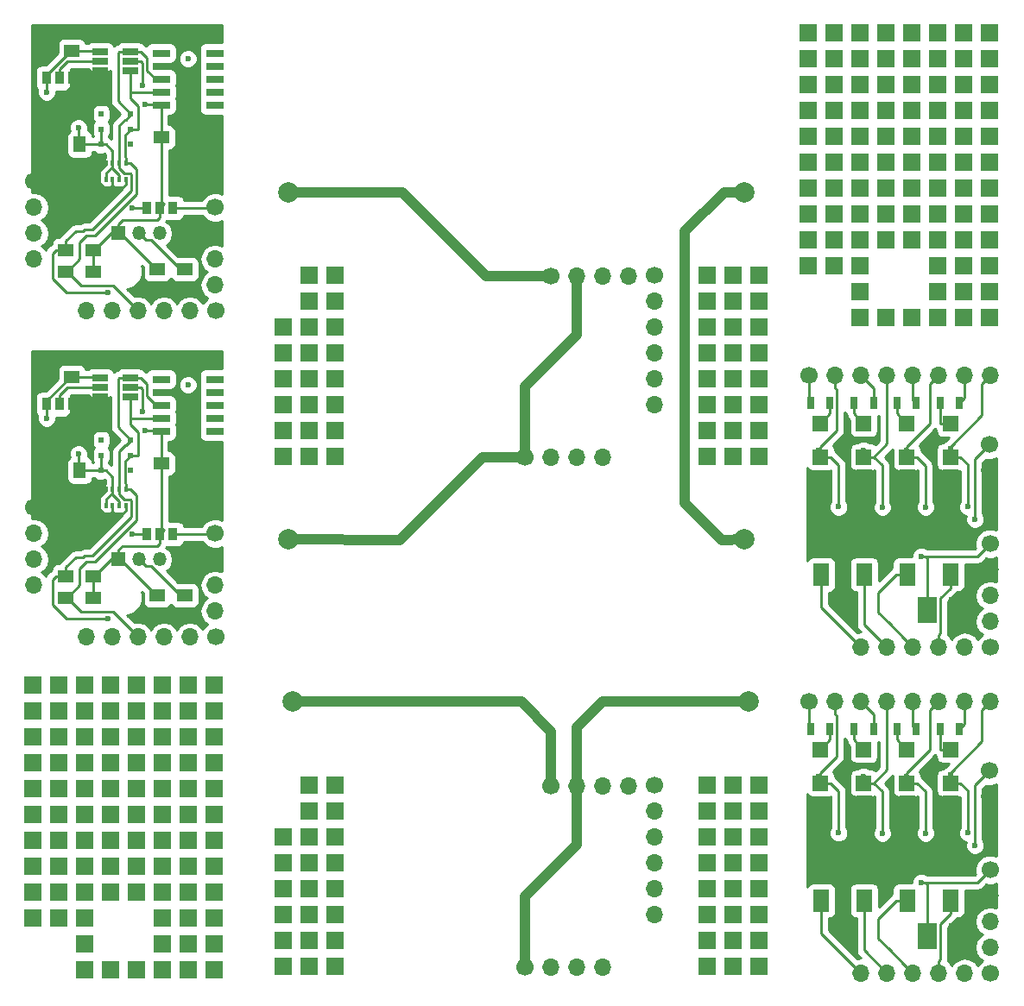
<source format=gtl>
%MOIN*%
%OFA0B0*%
%FSLAX46Y46*%
%IPPOS*%
%LPD*%
%ADD10C,0.0039370078740157488*%
%ADD11R,0.066929133858267723X0.066929133858267723*%
%ADD12C,0.066929133858267723*%
%ADD13O,0.066929133858267723X0.066929133858267723*%
%ADD14C,0.07874015748031496*%
%ADD15C,0.03937007874015748*%
%ADD26C,0.0039370078740157488*%
%ADD27R,0.066929133858267723X0.066929133858267723*%
%ADD28C,0.066929133858267723*%
%ADD29O,0.066929133858267723X0.066929133858267723*%
%ADD30C,0.07874015748031496*%
%ADD31C,0.03937007874015748*%
%ADD42C,0.0039370078740157488*%
%ADD43C,0.066929133858267723*%
%ADD44O,0.066929133858267723X0.066929133858267723*%
%ADD45R,0.059055118110236227X0.049212598425196853*%
%ADD46R,0.049212598425196853X0.059055118110236227*%
%ADD47R,0.038188976377952759X0.05*%
%ADD48R,0.059055118110236227X0.051181102362204731*%
%ADD49C,0.023622047244094488*%
%ADD50R,0.070866141732283464X0.031496062992125991*%
%ADD51R,0.059055118110236227X0.027559055118110236*%
%ADD52R,0.01968503937007874X0.023622047244094488*%
%ADD53R,0.023622047244094488X0.01968503937007874*%
%ADD54R,0.053149606299212608X0.053149606299212608*%
%ADD55O,0.053149606299212608X0.053149606299212608*%
%ADD56R,0.013779527559055118X0.01968503937007874*%
%ADD57C,0.00984251968503937*%
%ADD58C,0.01*%
%ADD69C,0.0039370078740157488*%
%ADD70C,0.066929133858267723*%
%ADD71O,0.066929133858267723X0.066929133858267723*%
%ADD72R,0.059055118110236227X0.049212598425196853*%
%ADD73R,0.049212598425196853X0.059055118110236227*%
%ADD74R,0.038188976377952759X0.05*%
%ADD75R,0.059055118110236227X0.051181102362204731*%
%ADD76C,0.023622047244094488*%
%ADD77R,0.070866141732283464X0.031496062992125991*%
%ADD78R,0.059055118110236227X0.027559055118110236*%
%ADD79R,0.01968503937007874X0.023622047244094488*%
%ADD80R,0.023622047244094488X0.01968503937007874*%
%ADD81R,0.053149606299212608X0.053149606299212608*%
%ADD82O,0.053149606299212608X0.053149606299212608*%
%ADD83R,0.013779527559055118X0.01968503937007874*%
%ADD84C,0.00984251968503937*%
%ADD85C,0.01*%
%ADD96C,0.0039370078740157488*%
%ADD97R,0.066929133858267723X0.066929133858267723*%
%ADD108C,0.0039370078740157488*%
%ADD109R,0.066929133858267723X0.066929133858267723*%
%ADD120C,0.0039370078740157488*%
%ADD121C,0.066929133858267723*%
%ADD122O,0.066929133858267723X0.066929133858267723*%
%ADD123R,0.062992125984251982X0.085826771653543313*%
%ADD124R,0.076771653543307089X0.0984251968503937*%
%ADD125R,0.059055118110236227X0.059055118110236227*%
%ADD126R,0.027559055118110236X0.051181102362204731*%
%ADD127C,0.023622047244094488*%
%ADD128C,0.00984251968503937*%
%ADD129C,0.01*%
%ADD140C,0.0039370078740157488*%
%ADD141C,0.066929133858267723*%
%ADD142O,0.066929133858267723X0.066929133858267723*%
%ADD143R,0.062992125984251982X0.085826771653543313*%
%ADD144R,0.076771653543307089X0.0984251968503937*%
%ADD145R,0.059055118110236227X0.059055118110236227*%
%ADD146R,0.027559055118110236X0.051181102362204731*%
%ADD147C,0.023622047244094488*%
%ADD148C,0.00984251968503937*%
%ADD149C,0.01*%
%LPD*%
G01*
D10*
D11*
X-0002440944Y-0006653543D02*
X0001196555Y0000076456D03*
X0001196555Y0000176456D03*
X0001196555Y0000276456D03*
X0001196555Y0000376456D03*
X0001196555Y0000476456D03*
X0001196555Y0000576456D03*
X0001196555Y0000676456D03*
X0001196555Y0000776455D03*
X0001096555Y0000076456D03*
X0001096555Y0000176456D03*
X0001096555Y0000276456D03*
X0001096555Y0000376456D03*
X0001096555Y0000476456D03*
X0001096555Y0000576456D03*
X0001096555Y0000676456D03*
X0001096555Y0000776455D03*
X0000996555Y0000076456D03*
X0000996555Y0000176456D03*
X0000996555Y0000276456D03*
X0000996555Y0000376456D03*
X0000996555Y0000476456D03*
X0000996555Y0000576456D03*
X0002634055Y0000076456D03*
X0002634055Y0000176456D03*
X0002634055Y0000276456D03*
X0002634055Y0000376456D03*
X0002634055Y0000476456D03*
X0002634055Y0000576456D03*
X0002634055Y0000676456D03*
X0002634055Y0000776455D03*
X0002734055Y0000076456D03*
X0002734055Y0000176456D03*
X0002734055Y0000276456D03*
X0002734055Y0000376456D03*
X0002734055Y0000476456D03*
X0002734055Y0000576456D03*
X0002734055Y0000676456D03*
X0002734055Y0000776455D03*
X0002834055Y0000076456D03*
X0002834055Y0000176456D03*
X0002834055Y0000276456D03*
X0002834055Y0000376456D03*
X0002834055Y0000476456D03*
X0002834055Y0000576456D03*
X0002834055Y0000676456D03*
X0002834055Y0000776455D03*
D12*
X0001931555Y0000073956D03*
D13*
X0002031555Y0000073956D03*
X0002131555Y0000073956D03*
X0002231555Y0000073956D03*
D12*
X0002031555Y0000773956D03*
D13*
X0002131555Y0000773956D03*
X0002231555Y0000773956D03*
X0002331555Y0000773956D03*
D12*
X0002431555Y0000776455D03*
D13*
X0002431555Y0000676456D03*
X0002431555Y0000576456D03*
X0002431555Y0000476456D03*
X0002431555Y0000376456D03*
X0002431555Y0000276456D03*
D14*
X0001034133Y0001098956D03*
X0002793976Y0001098956D03*
D15*
X0002793976Y0001098956D02*
X0002231555Y0001098956D01*
X0002231555Y0001098956D02*
X0002131555Y0000998956D01*
X0002131555Y0000998956D02*
X0002131555Y0000773956D01*
X0002131555Y0000773956D02*
X0002131555Y0000546456D01*
X0001931555Y0000073956D02*
X0001931555Y0000346456D01*
X0001931555Y0000346456D02*
X0002131555Y0000546456D01*
X0002031555Y0000773956D02*
X0002031555Y0000983956D01*
X0002031555Y0000983956D02*
X0001916555Y0001098956D01*
X0001456555Y0001098956D02*
X0001034133Y0001098956D01*
X0001916555Y0001098956D02*
X0001456555Y0001098956D01*
G01*
D26*
D27*
X-0002440944Y-0004685039D02*
X0001196555Y0002044960D03*
X0001196555Y0002144960D03*
X0001196555Y0002244960D03*
X0001196555Y0002344960D03*
X0001196555Y0002444960D03*
X0001196555Y0002544960D03*
X0001196555Y0002644960D03*
X0001196555Y0002744960D03*
X0001096555Y0002044960D03*
X0001096555Y0002144960D03*
X0001096555Y0002244960D03*
X0001096555Y0002344960D03*
X0001096555Y0002444960D03*
X0001096555Y0002544960D03*
X0001096555Y0002644960D03*
X0001096555Y0002744960D03*
X0000996555Y0002044960D03*
X0000996555Y0002144960D03*
X0000996555Y0002244960D03*
X0000996555Y0002344960D03*
X0000996555Y0002444960D03*
X0000996555Y0002544960D03*
X0002634055Y0002044960D03*
X0002634055Y0002144960D03*
X0002634055Y0002244960D03*
X0002634055Y0002344960D03*
X0002634055Y0002444960D03*
X0002634055Y0002544960D03*
X0002634055Y0002644960D03*
X0002634055Y0002744960D03*
X0002734055Y0002044960D03*
X0002734055Y0002144960D03*
X0002734055Y0002244960D03*
X0002734055Y0002344960D03*
X0002734055Y0002444960D03*
X0002734055Y0002544960D03*
X0002734055Y0002644960D03*
X0002734055Y0002744960D03*
X0002834055Y0002044960D03*
X0002834055Y0002144960D03*
X0002834055Y0002244960D03*
X0002834055Y0002344960D03*
X0002834055Y0002444960D03*
X0002834055Y0002544960D03*
X0002834055Y0002644960D03*
X0002834055Y0002744960D03*
D28*
X0001931555Y0002042460D03*
D29*
X0002031555Y0002042460D03*
X0002131555Y0002042460D03*
X0002231555Y0002042460D03*
D28*
X0002031555Y0002742459D03*
D29*
X0002131555Y0002742459D03*
X0002231555Y0002742459D03*
X0002331555Y0002742459D03*
D28*
X0002431555Y0002744960D03*
D29*
X0002431555Y0002644960D03*
X0002431555Y0002544960D03*
X0002431555Y0002444960D03*
X0002431555Y0002344960D03*
X0002431555Y0002244960D03*
D30*
X0001019133Y0003064959D03*
X0002778976Y0003064959D03*
X0002778976Y0001724960D03*
X0001019133Y0001724960D03*
D31*
X0002549055Y0002914960D02*
X0002701555Y0003067460D01*
X0002701555Y0003067460D02*
X0002778976Y0003064959D01*
X0002549055Y0001864960D02*
X0002549055Y0002914960D01*
X0002691555Y0001722460D02*
X0002549055Y0001864960D01*
X0002778976Y0001724960D02*
X0002691555Y0001722460D01*
X0002131555Y0002742459D02*
X0002131555Y0002514960D01*
X0001931555Y0002042460D02*
X0001931555Y0002314960D01*
X0001931555Y0002314960D02*
X0002131555Y0002514960D01*
X0001931555Y0002042460D02*
X0001769055Y0002042460D01*
X0001019133Y0001724960D02*
X0001449055Y0001722460D01*
X0001449055Y0001722460D02*
X0001769055Y0002042460D01*
X0001781555Y0002742459D02*
X0001456555Y0003067460D01*
X0001456555Y0003067460D02*
X0001019133Y0003064959D01*
X0002031555Y0002742459D02*
X0001781555Y0002742459D01*
G01*
D42*
D43*
X-0006692913Y0006220472D02*
X0000034586Y0001847972D03*
D44*
X0000034586Y0001747972D03*
X0000034586Y0001647972D03*
X0000034586Y0001547972D03*
D43*
X0000734586Y0001747972D03*
D44*
X0000734586Y0001647972D03*
X0000734586Y0001547972D03*
X0000734586Y0001447972D03*
D43*
X0000737086Y0001347972D03*
D44*
X0000637086Y0001347972D03*
X0000537086Y0001347972D03*
X0000437086Y0001347972D03*
X0000337086Y0001347972D03*
X0000237086Y0001347972D03*
D45*
X0000181299Y0002352972D03*
X0000082873Y0002352972D03*
D46*
X0000212086Y0001992185D03*
X0000212086Y0001893759D03*
D47*
X0000472086Y0001745472D03*
X0000522086Y0001745472D03*
X0000572086Y0001745472D03*
X0000184586Y0002247972D03*
X0000134586Y0002247972D03*
X0000084586Y0002247972D03*
D48*
X0000158937Y0001582972D03*
X0000265236Y0001582972D03*
X0000158937Y0001500472D03*
X0000265236Y0001500472D03*
D49*
X0000629921Y0002322834D03*
D50*
X0000525984Y0002244094D03*
X0000525984Y0002294094D03*
X0000525984Y0002344094D03*
X0000525984Y0002194094D03*
X0000525984Y0002144094D03*
X0000733858Y0002244094D03*
X0000733858Y0002294094D03*
X0000733858Y0002344094D03*
X0000733858Y0002194094D03*
X0000733858Y0002144094D03*
D51*
X0000290531Y0002275570D03*
X0000290531Y0002312972D03*
X0000290531Y0002350374D03*
X0000408641Y0002350374D03*
X0000408641Y0002312972D03*
X0000408641Y0002275570D03*
D52*
X0000294999Y0002109527D03*
X0000294999Y0002050472D03*
X0000294999Y0001991417D03*
X0000409173Y0001991417D03*
X0000409173Y0002050472D03*
X0000409173Y0002109527D03*
D53*
X0000352086Y0002111496D03*
D54*
X0000362086Y0001647972D03*
D55*
X0000440826Y0001647972D03*
X0000519566Y0001647972D03*
X0000598307Y0001647972D03*
D45*
X0000527873Y0002017971D03*
X0000626299Y0002017971D03*
D56*
X0000313700Y0001919467D03*
X0000339291Y0001919467D03*
X0000364881Y0001919467D03*
X0000390472Y0001919467D03*
X0000313700Y0001856476D03*
X0000339291Y0001856476D03*
X0000364881Y0001856476D03*
X0000390472Y0001856476D03*
D48*
X0000617836Y0001509272D03*
X0000511537Y0001509272D03*
D49*
X0000322086Y0001420472D03*
X0000207086Y0002055472D03*
X0000464585Y0002145472D03*
X0000084586Y0002192972D03*
X0000414585Y0001745472D03*
X0000454085Y0002218972D03*
D57*
X0000034586Y0001847972D02*
X0000282440Y0001847972D01*
X0000282440Y0001847972D02*
X0000287086Y0001843326D01*
X0000304940Y0001825472D02*
X0000331495Y0001825472D01*
X0000331495Y0001825472D02*
X0000339291Y0001833267D01*
X0000287086Y0001889900D02*
X0000287086Y0001843326D01*
X0000287086Y0001843326D02*
X0000304940Y0001825472D01*
X0000313700Y0001919467D02*
X0000313700Y0001916515D01*
X0000313700Y0001916515D02*
X0000287086Y0001889900D01*
X0000347086Y0001825472D02*
X0000339291Y0001833267D01*
X0000339291Y0001833267D02*
X0000339291Y0001856476D01*
X0000379153Y0001825472D02*
X0000347086Y0001825472D01*
X0000390472Y0001856476D02*
X0000390472Y0001836791D01*
X0000390472Y0001836791D02*
X0000379153Y0001825472D01*
X0000184586Y0002247972D02*
X0000284586Y0002247972D01*
X0000290531Y0002253917D02*
X0000290531Y0002275570D01*
X0000284586Y0002247972D02*
X0000290531Y0002253917D01*
X0000472586Y0002325799D02*
X0000472586Y0002277807D01*
X0000472586Y0002277807D02*
X0000506299Y0002244094D01*
X0000506299Y0002244094D02*
X0000525984Y0002244094D01*
X0000408641Y0002350374D02*
X0000448011Y0002350374D01*
X0000448011Y0002350374D02*
X0000472586Y0002325799D01*
X0000545669Y0002244094D02*
X0000525984Y0002244094D01*
X0000408641Y0002350374D02*
X0000364487Y0002350374D01*
X0000359586Y0002159114D02*
X0000409173Y0002109527D01*
X0000359586Y0002345472D02*
X0000359586Y0002159114D01*
X0000364487Y0002350374D02*
X0000359586Y0002345472D01*
X0000409173Y0002111496D02*
X0000409173Y0002109527D01*
X0000410157Y0001841098D02*
X0000410157Y0001813543D01*
X0000259585Y0001662972D02*
X0000232031Y0001662972D01*
X0000410157Y0001813543D02*
X0000259585Y0001662972D01*
X0000224748Y0001655689D02*
X0000196220Y0001655689D01*
X0000232031Y0001662972D02*
X0000224748Y0001655689D01*
X0000158937Y0001618405D02*
X0000158937Y0001582972D01*
X0000196220Y0001655689D02*
X0000158937Y0001618405D01*
X0000410157Y0001876555D02*
X0000410157Y0001841098D01*
X0000407598Y0001879113D02*
X0000410157Y0001876555D01*
X0000385551Y0001879113D02*
X0000407598Y0001879113D01*
X0000364881Y0001919467D02*
X0000364881Y0001899783D01*
X0000364881Y0001899783D02*
X0000385551Y0001879113D01*
X0000364881Y0001919467D02*
X0000364881Y0002065236D01*
X0000364881Y0002065236D02*
X0000387519Y0002087873D01*
X0000387519Y0002087873D02*
X0000389488Y0002087873D01*
X0000389488Y0002087873D02*
X0000409173Y0002107559D01*
X0000409173Y0002107559D02*
X0000409173Y0002109527D01*
X0000107086Y0001570492D02*
X0000107086Y0001474173D01*
X0000107086Y0001474173D02*
X0000160787Y0001420472D01*
X0000160787Y0001420472D02*
X0000322086Y0001420472D01*
X0000158937Y0001582972D02*
X0000119566Y0001582972D01*
X0000119566Y0001582972D02*
X0000107086Y0001570492D01*
X0000448085Y0002194094D02*
X0000414508Y0002194094D01*
X0000414508Y0002194094D02*
X0000408641Y0002188227D01*
X0000525984Y0002194094D02*
X0000448085Y0002194094D01*
X0000408641Y0002275570D02*
X0000408641Y0002232972D01*
X0000408641Y0002232972D02*
X0000408641Y0002188227D01*
X0000408641Y0002188227D02*
X0000408641Y0002168917D01*
X0000408641Y0002168917D02*
X0000437086Y0002140472D01*
X0000437086Y0002140472D02*
X0000437086Y0002082971D01*
X0000429586Y0001830771D02*
X0000429586Y0001797971D01*
X0000269586Y0001637972D02*
X0000236787Y0001637972D01*
X0000429586Y0001797971D02*
X0000269586Y0001637972D01*
X0000212086Y0001613271D02*
X0000212086Y0001549685D01*
X0000236787Y0001637972D02*
X0000212086Y0001613271D01*
X0000212086Y0001549685D02*
X0000162874Y0001500472D01*
X0000162874Y0001500472D02*
X0000158937Y0001500472D01*
X0000429586Y0001897085D02*
X0000429586Y0001830771D01*
X0000390472Y0001919467D02*
X0000407204Y0001919467D01*
X0000407204Y0001919467D02*
X0000429586Y0001897085D01*
X0000390472Y0001919467D02*
X0000390472Y0001939153D01*
X0000390472Y0001939153D02*
X0000386535Y0001943090D01*
X0000386535Y0001943090D02*
X0000386535Y0002025866D01*
X0000386535Y0002025866D02*
X0000409173Y0002048503D01*
X0000409173Y0002048503D02*
X0000409173Y0002050472D01*
X0000437086Y0002050472D02*
X0000437086Y0002082971D01*
X0000409173Y0002050472D02*
X0000428858Y0002050472D01*
X0000428858Y0002050472D02*
X0000437086Y0002050472D01*
X0000437086Y0002082971D02*
X0000437086Y0002078385D01*
X0000403622Y0001381436D02*
X0000437086Y0001347972D01*
X0000339980Y0001445078D02*
X0000403622Y0001381436D01*
X0000218267Y0001445078D02*
X0000339980Y0001445078D01*
X0000162874Y0001500472D02*
X0000218267Y0001445078D01*
X0000617836Y0001509272D02*
X0000599999Y0001509272D01*
X0000599999Y0001509272D02*
X0000487873Y0001621397D01*
X0000487873Y0001621397D02*
X0000467401Y0001621397D01*
X0000467401Y0001621397D02*
X0000440826Y0001647972D01*
X0000572086Y0001745472D02*
X0000732085Y0001745472D01*
X0000732085Y0001745472D02*
X0000734586Y0001747972D01*
X0000511537Y0001509272D02*
X0000507599Y0001509272D01*
X0000507599Y0001509272D02*
X0000368899Y0001647972D01*
X0000368899Y0001647972D02*
X0000362086Y0001647972D01*
X0000212086Y0001992185D02*
X0000294232Y0001992185D01*
X0000294232Y0001992185D02*
X0000294999Y0001991417D01*
X0000207086Y0002055472D02*
X0000207086Y0001997185D01*
X0000207086Y0001997185D02*
X0000212086Y0001992185D01*
X0000294232Y0001992185D02*
X0000294999Y0001991417D01*
X0000313700Y0001856476D02*
X0000313700Y0001879704D01*
X0000313700Y0001879704D02*
X0000339291Y0001905295D01*
X0000339291Y0001905295D02*
X0000339291Y0001919467D01*
X0000339291Y0001919467D02*
X0000339291Y0001899783D01*
X0000339291Y0001899783D02*
X0000364881Y0001874192D01*
X0000364881Y0001874192D02*
X0000364881Y0001856476D01*
X0000294999Y0001991417D02*
X0000314685Y0001991417D01*
X0000314685Y0001991417D02*
X0000339291Y0001966810D01*
X0000339291Y0001966810D02*
X0000339291Y0001939153D01*
X0000339291Y0001939153D02*
X0000339291Y0001919467D01*
X0000527873Y0002017971D02*
X0000527873Y0001751259D01*
X0000527873Y0001751259D02*
X0000522086Y0001745472D01*
X0000525984Y0002144094D02*
X0000525984Y0002019861D01*
X0000525984Y0002019861D02*
X0000527873Y0002017971D01*
X0000537874Y0001761259D02*
X0000522086Y0001745472D01*
X0000525984Y0002029862D02*
X0000537874Y0002017971D01*
X0000464585Y0002145472D02*
X0000524606Y0002145472D01*
X0000524606Y0002145472D02*
X0000525984Y0002144094D01*
X0000522086Y0002140196D02*
X0000525984Y0002144094D01*
X0000378168Y0001700472D02*
X0000511928Y0001700472D01*
X0000511928Y0001700472D02*
X0000522086Y0001710629D01*
X0000522086Y0001710629D02*
X0000522086Y0001745472D01*
X0000362086Y0001647972D02*
X0000362086Y0001684389D01*
X0000362086Y0001684389D02*
X0000378168Y0001700472D01*
X0000265236Y0001582972D02*
X0000269173Y0001582972D01*
X0000269173Y0001582972D02*
X0000334173Y0001647972D01*
X0000334173Y0001647972D02*
X0000362086Y0001647972D01*
X0000265236Y0001500472D02*
X0000265236Y0001582972D01*
X0000506299Y0002144094D02*
X0000525984Y0002144094D01*
X0000084586Y0002192972D02*
X0000084586Y0002247972D01*
X0000545669Y0002144094D02*
X0000525984Y0002144094D01*
X0000525984Y0001749370D02*
X0000522086Y0001745472D01*
X0000084586Y0002247972D02*
X0000084586Y0002261181D01*
X0000084586Y0002261181D02*
X0000176377Y0002352972D01*
X0000176377Y0002352972D02*
X0000181299Y0002352972D01*
X0000181299Y0002352972D02*
X0000287933Y0002352972D01*
X0000287933Y0002352972D02*
X0000290531Y0002350374D01*
X0000294999Y0001991417D02*
X0000294999Y0002050472D01*
X0000294999Y0001989448D02*
X0000294999Y0001991417D01*
X0000472086Y0001745472D02*
X0000414585Y0001745472D01*
X0000134586Y0002247972D02*
X0000134586Y0002282814D01*
X0000134586Y0002282814D02*
X0000164743Y0002312972D01*
X0000164743Y0002312972D02*
X0000259035Y0002312972D01*
X0000259035Y0002312972D02*
X0000290531Y0002312972D01*
X0000408641Y0002312972D02*
X0000448011Y0002312972D01*
X0000448011Y0002312972D02*
X0000454085Y0002306897D01*
X0000454085Y0002306897D02*
X0000454085Y0002218972D01*
D58*
G36*
X0000684993Y0001714898D02*
X0000701425Y0001698435D01*
X0000722906Y0001689518D01*
X0000746164Y0001689497D01*
X0000759447Y0001694986D01*
X0000759447Y0001601088D01*
X0000758105Y0001601986D01*
X0000735731Y0001606437D01*
X0000733441Y0001606437D01*
X0000711067Y0001601986D01*
X0000692100Y0001589311D01*
X0000679426Y0001570345D01*
X0000674976Y0001547972D01*
X0000679426Y0001525598D01*
X0000692100Y0001506631D01*
X0000705060Y0001497972D01*
X0000692100Y0001489313D01*
X0000679426Y0001470345D01*
X0000674976Y0001447972D01*
X0000679426Y0001425599D01*
X0000692100Y0001406630D01*
X0000705036Y0001397988D01*
X0000704012Y0001397565D01*
X0000687551Y0001381133D01*
X0000686442Y0001378461D01*
X0000678427Y0001390458D01*
X0000659460Y0001403132D01*
X0000637086Y0001407582D01*
X0000614713Y0001403132D01*
X0000595745Y0001390458D01*
X0000587086Y0001377498D01*
X0000578427Y0001390458D01*
X0000559460Y0001403132D01*
X0000537086Y0001407582D01*
X0000514713Y0001403132D01*
X0000495745Y0001390458D01*
X0000487086Y0001377498D01*
X0000478427Y0001390458D01*
X0000459460Y0001403132D01*
X0000437086Y0001407582D01*
X0000422661Y0001404712D01*
X0000395215Y0001432158D01*
X0000400614Y0001432153D01*
X0000425728Y0001442530D01*
X0000444959Y0001461729D01*
X0000455381Y0001486825D01*
X0000455405Y0001513999D01*
X0000451777Y0001522779D01*
X0000456519Y0001518037D01*
X0000456519Y0001483680D01*
X0000458262Y0001474417D01*
X0000463738Y0001465907D01*
X0000472092Y0001460200D01*
X0000482009Y0001458192D01*
X0000541064Y0001458192D01*
X0000550328Y0001459935D01*
X0000558837Y0001465410D01*
X0000564546Y0001473764D01*
X0000564650Y0001474280D01*
X0000570037Y0001465907D01*
X0000578391Y0001460200D01*
X0000588308Y0001458192D01*
X0000647363Y0001458192D01*
X0000656628Y0001459935D01*
X0000665137Y0001465410D01*
X0000670845Y0001473764D01*
X0000672853Y0001483680D01*
X0000672853Y0001534862D01*
X0000671110Y0001544127D01*
X0000665635Y0001552636D01*
X0000657280Y0001558344D01*
X0000647363Y0001560352D01*
X0000591233Y0001560352D01*
X0000547078Y0001604508D01*
X0000556035Y0001610493D01*
X0000567215Y0001627225D01*
X0000571141Y0001646962D01*
X0000571141Y0001648982D01*
X0000567215Y0001668719D01*
X0000556035Y0001685450D01*
X0000545335Y0001692601D01*
X0000547648Y0001696064D01*
X0000552992Y0001694982D01*
X0000591181Y0001694982D01*
X0000600445Y0001696725D01*
X0000608954Y0001702201D01*
X0000614662Y0001710555D01*
X0000615674Y0001715551D01*
X0000684724Y0001715551D01*
X0000684993Y0001714898D01*
X0000684993Y0001714898D01*
G37*
X0000684993Y0001714898D02*
X0000701425Y0001698435D01*
X0000722906Y0001689518D01*
X0000746164Y0001689497D01*
X0000759447Y0001694986D01*
X0000759447Y0001601088D01*
X0000758105Y0001601986D01*
X0000735731Y0001606437D01*
X0000733441Y0001606437D01*
X0000711067Y0001601986D01*
X0000692100Y0001589311D01*
X0000679426Y0001570345D01*
X0000674976Y0001547972D01*
X0000679426Y0001525598D01*
X0000692100Y0001506631D01*
X0000705060Y0001497972D01*
X0000692100Y0001489313D01*
X0000679426Y0001470345D01*
X0000674976Y0001447972D01*
X0000679426Y0001425599D01*
X0000692100Y0001406630D01*
X0000705036Y0001397988D01*
X0000704012Y0001397565D01*
X0000687551Y0001381133D01*
X0000686442Y0001378461D01*
X0000678427Y0001390458D01*
X0000659460Y0001403132D01*
X0000637086Y0001407582D01*
X0000614713Y0001403132D01*
X0000595745Y0001390458D01*
X0000587086Y0001377498D01*
X0000578427Y0001390458D01*
X0000559460Y0001403132D01*
X0000537086Y0001407582D01*
X0000514713Y0001403132D01*
X0000495745Y0001390458D01*
X0000487086Y0001377498D01*
X0000478427Y0001390458D01*
X0000459460Y0001403132D01*
X0000437086Y0001407582D01*
X0000422661Y0001404712D01*
X0000395215Y0001432158D01*
X0000400614Y0001432153D01*
X0000425728Y0001442530D01*
X0000444959Y0001461729D01*
X0000455381Y0001486825D01*
X0000455405Y0001513999D01*
X0000451777Y0001522779D01*
X0000456519Y0001518037D01*
X0000456519Y0001483680D01*
X0000458262Y0001474417D01*
X0000463738Y0001465907D01*
X0000472092Y0001460200D01*
X0000482009Y0001458192D01*
X0000541064Y0001458192D01*
X0000550328Y0001459935D01*
X0000558837Y0001465410D01*
X0000564546Y0001473764D01*
X0000564650Y0001474280D01*
X0000570037Y0001465907D01*
X0000578391Y0001460200D01*
X0000588308Y0001458192D01*
X0000647363Y0001458192D01*
X0000656628Y0001459935D01*
X0000665137Y0001465410D01*
X0000670845Y0001473764D01*
X0000672853Y0001483680D01*
X0000672853Y0001534862D01*
X0000671110Y0001544127D01*
X0000665635Y0001552636D01*
X0000657280Y0001558344D01*
X0000647363Y0001560352D01*
X0000591233Y0001560352D01*
X0000547078Y0001604508D01*
X0000556035Y0001610493D01*
X0000567215Y0001627225D01*
X0000571141Y0001646962D01*
X0000571141Y0001648982D01*
X0000567215Y0001668719D01*
X0000556035Y0001685450D01*
X0000545335Y0001692601D01*
X0000547648Y0001696064D01*
X0000552992Y0001694982D01*
X0000591181Y0001694982D01*
X0000600445Y0001696725D01*
X0000608954Y0001702201D01*
X0000614662Y0001710555D01*
X0000615674Y0001715551D01*
X0000684724Y0001715551D01*
X0000684993Y0001714898D01*
G36*
X0000759447Y0002385332D02*
X0000698425Y0002385332D01*
X0000689160Y0002383589D01*
X0000680651Y0002378113D01*
X0000674943Y0002369759D01*
X0000672935Y0002359842D01*
X0000672935Y0002328346D01*
X0000674678Y0002319082D01*
X0000674775Y0002318930D01*
X0000672935Y0002309842D01*
X0000672935Y0002278346D01*
X0000674678Y0002269081D01*
X0000674775Y0002268930D01*
X0000672935Y0002259842D01*
X0000672935Y0002228346D01*
X0000674678Y0002219082D01*
X0000674775Y0002218930D01*
X0000672935Y0002209842D01*
X0000672935Y0002178346D01*
X0000674678Y0002169082D01*
X0000674775Y0002168930D01*
X0000672935Y0002159842D01*
X0000672935Y0002128346D01*
X0000674678Y0002119081D01*
X0000680153Y0002110573D01*
X0000688507Y0002104864D01*
X0000698425Y0002102856D01*
X0000759447Y0002102856D01*
X0000759447Y0001800953D01*
X0000746266Y0001806426D01*
X0000723008Y0001806447D01*
X0000701512Y0001797564D01*
X0000685051Y0001781133D01*
X0000682668Y0001775393D01*
X0000615744Y0001775393D01*
X0000614927Y0001779736D01*
X0000609452Y0001788245D01*
X0000601097Y0001793953D01*
X0000591181Y0001795962D01*
X0000557795Y0001795962D01*
X0000557795Y0001967949D01*
X0000566665Y0001969619D01*
X0000575174Y0001975094D01*
X0000580883Y0001983449D01*
X0000582891Y0001993366D01*
X0000582891Y0002042577D01*
X0000581148Y0002051842D01*
X0000575672Y0002060352D01*
X0000567318Y0002066059D01*
X0000557401Y0002068067D01*
X0000555905Y0002068067D01*
X0000555905Y0002102856D01*
X0000561417Y0002102856D01*
X0000570681Y0002104599D01*
X0000579190Y0002110075D01*
X0000584898Y0002118429D01*
X0000586907Y0002128346D01*
X0000586907Y0002159842D01*
X0000585163Y0002169106D01*
X0000585066Y0002169258D01*
X0000586907Y0002178346D01*
X0000586907Y0002209842D01*
X0000585163Y0002219106D01*
X0000585066Y0002219258D01*
X0000586907Y0002228346D01*
X0000586907Y0002259842D01*
X0000585163Y0002269106D01*
X0000579688Y0002277615D01*
X0000571334Y0002283324D01*
X0000561417Y0002285332D01*
X0000507376Y0002285332D01*
X0000502507Y0002290200D01*
X0000502507Y0002302856D01*
X0000561417Y0002302856D01*
X0000570681Y0002304599D01*
X0000579190Y0002310075D01*
X0000582927Y0002315544D01*
X0000593103Y0002315544D01*
X0000598696Y0002302010D01*
X0000609042Y0002291645D01*
X0000622566Y0002286030D01*
X0000637211Y0002286017D01*
X0000650745Y0002291609D01*
X0000661109Y0002301955D01*
X0000666725Y0002315480D01*
X0000666738Y0002330124D01*
X0000661145Y0002343659D01*
X0000650800Y0002354023D01*
X0000637275Y0002359639D01*
X0000622631Y0002359652D01*
X0000609096Y0002354059D01*
X0000598732Y0002343713D01*
X0000593116Y0002330188D01*
X0000593103Y0002315544D01*
X0000582927Y0002315544D01*
X0000584898Y0002318429D01*
X0000586907Y0002328346D01*
X0000586907Y0002359842D01*
X0000585163Y0002369106D01*
X0000579688Y0002377615D01*
X0000571334Y0002383324D01*
X0000561417Y0002385332D01*
X0000490551Y0002385332D01*
X0000481286Y0002383589D01*
X0000472777Y0002378113D01*
X0000468559Y0002371939D01*
X0000459462Y0002378017D01*
X0000458881Y0002378133D01*
X0000456440Y0002381926D01*
X0000448085Y0002387635D01*
X0000438169Y0002389643D01*
X0000379114Y0002389643D01*
X0000369849Y0002387900D01*
X0000361340Y0002382424D01*
X0000359161Y0002379235D01*
X0000353037Y0002378017D01*
X0000344067Y0002372024D01*
X0000343805Y0002373417D01*
X0000338330Y0002381926D01*
X0000329975Y0002387635D01*
X0000320059Y0002389643D01*
X0000261002Y0002389643D01*
X0000251739Y0002387900D01*
X0000243958Y0002382893D01*
X0000235316Y0002382893D01*
X0000234573Y0002386843D01*
X0000229097Y0002395352D01*
X0000220743Y0002401060D01*
X0000210826Y0002403068D01*
X0000151771Y0002403068D01*
X0000142507Y0002401325D01*
X0000133998Y0002395850D01*
X0000128288Y0002387495D01*
X0000126281Y0002377578D01*
X0000126281Y0002345191D01*
X0000079552Y0002298462D01*
X0000065490Y0002298462D01*
X0000056227Y0002296718D01*
X0000047718Y0002291243D01*
X0000042010Y0002282889D01*
X0000040001Y0002272972D01*
X0000040001Y0002222972D01*
X0000041745Y0002213707D01*
X0000047220Y0002205199D01*
X0000049233Y0002203823D01*
X0000047781Y0002200326D01*
X0000047769Y0002185682D01*
X0000053361Y0002172147D01*
X0000063707Y0002161783D01*
X0000077232Y0002156167D01*
X0000091876Y0002156155D01*
X0000105411Y0002161747D01*
X0000115775Y0002172093D01*
X0000121390Y0002185618D01*
X0000121401Y0002197482D01*
X0000153681Y0002197482D01*
X0000162945Y0002199225D01*
X0000171454Y0002204701D01*
X0000177162Y0002213055D01*
X0000179170Y0002222972D01*
X0000179170Y0002272972D01*
X0000177426Y0002282236D01*
X0000176995Y0002282908D01*
X0000177137Y0002283051D01*
X0000241682Y0002283051D01*
X0000242731Y0002281419D01*
X0000251087Y0002275711D01*
X0000261002Y0002273703D01*
X0000320059Y0002273703D01*
X0000329323Y0002275446D01*
X0000329665Y0002275666D01*
X0000329665Y0002159114D01*
X0000331942Y0002147663D01*
X0000338429Y0002137956D01*
X0000366956Y0002109428D01*
X0000366362Y0002109031D01*
X0000343724Y0002086393D01*
X0000337237Y0002076686D01*
X0000334960Y0002065236D01*
X0000334960Y0002013164D01*
X0000326134Y0002019060D01*
X0000324921Y0002019302D01*
X0000324921Y0002023764D01*
X0000328324Y0002028744D01*
X0000330332Y0002038660D01*
X0000330332Y0002062282D01*
X0000328588Y0002071546D01*
X0000323113Y0002080056D01*
X0000323059Y0002080094D01*
X0000328324Y0002087799D01*
X0000330332Y0002097716D01*
X0000330332Y0002121338D01*
X0000328588Y0002130603D01*
X0000323113Y0002139111D01*
X0000314759Y0002144820D01*
X0000304842Y0002146828D01*
X0000285157Y0002146828D01*
X0000275892Y0002145085D01*
X0000267384Y0002139609D01*
X0000261675Y0002131255D01*
X0000259666Y0002121338D01*
X0000259666Y0002097716D01*
X0000261409Y0002088452D01*
X0000266886Y0002079943D01*
X0000266940Y0002079905D01*
X0000261675Y0002072200D01*
X0000259666Y0002062282D01*
X0000259666Y0002038660D01*
X0000261409Y0002029396D01*
X0000265078Y0002023696D01*
X0000265078Y0002022106D01*
X0000262108Y0002022106D01*
X0000260438Y0002030977D01*
X0000254964Y0002039485D01*
X0000246609Y0002045194D01*
X0000242982Y0002045928D01*
X0000243891Y0002048118D01*
X0000243904Y0002062762D01*
X0000238311Y0002076296D01*
X0000227965Y0002086660D01*
X0000214440Y0002092277D01*
X0000199796Y0002092289D01*
X0000186262Y0002086697D01*
X0000175897Y0002076350D01*
X0000170281Y0002062825D01*
X0000170269Y0002048182D01*
X0000172826Y0002041991D01*
X0000169707Y0002039982D01*
X0000163998Y0002031629D01*
X0000161990Y0002021712D01*
X0000161990Y0001962657D01*
X0000163733Y0001953393D01*
X0000169209Y0001944884D01*
X0000177563Y0001939175D01*
X0000187480Y0001937167D01*
X0000236692Y0001937167D01*
X0000245957Y0001938910D01*
X0000254466Y0001944386D01*
X0000260174Y0001952740D01*
X0000262102Y0001962263D01*
X0000266609Y0001962263D01*
X0000266886Y0001961832D01*
X0000275240Y0001956124D01*
X0000285157Y0001954116D01*
X0000304842Y0001954116D01*
X0000308906Y0001954881D01*
X0000309370Y0001954417D01*
X0000309370Y0001939885D01*
X0000308920Y0001939227D01*
X0000306911Y0001929310D01*
X0000306911Y0001915230D01*
X0000292543Y0001900862D01*
X0000286057Y0001891155D01*
X0000283779Y0001879704D01*
X0000283779Y0001876894D01*
X0000283329Y0001876235D01*
X0000281321Y0001866318D01*
X0000281321Y0001846633D01*
X0000283064Y0001837369D01*
X0000288539Y0001828860D01*
X0000296894Y0001823152D01*
X0000306811Y0001821144D01*
X0000320590Y0001821144D01*
X0000329855Y0001822887D01*
X0000338363Y0001828362D01*
X0000339226Y0001829626D01*
X0000339720Y0001828860D01*
X0000348075Y0001823152D01*
X0000357991Y0001821144D01*
X0000371771Y0001821144D01*
X0000376294Y0001821995D01*
X0000247192Y0001692893D01*
X0000232031Y0001692893D01*
X0000220580Y0001690616D01*
X0000213088Y0001685610D01*
X0000196220Y0001685610D01*
X0000184770Y0001683333D01*
X0000175063Y0001676846D01*
X0000137779Y0001639563D01*
X0000134097Y0001634052D01*
X0000129409Y0001634052D01*
X0000120144Y0001632309D01*
X0000111636Y0001626834D01*
X0000105927Y0001618478D01*
X0000103919Y0001608562D01*
X0000103919Y0001607811D01*
X0000098409Y0001604129D01*
X0000085929Y0001591649D01*
X0000080719Y0001583854D01*
X0000077072Y0001589311D01*
X0000064113Y0001597971D01*
X0000077072Y0001606630D01*
X0000089746Y0001625599D01*
X0000094196Y0001647972D01*
X0000089746Y0001670343D01*
X0000077072Y0001689313D01*
X0000064113Y0001697972D01*
X0000077072Y0001706631D01*
X0000089746Y0001725598D01*
X0000094196Y0001747972D01*
X0000089746Y0001770345D01*
X0000077072Y0001789312D01*
X0000058105Y0001801986D01*
X0000035731Y0001806437D01*
X0000033441Y0001806437D01*
X0000027952Y0001805345D01*
X0000027952Y0002452362D01*
X0000759447Y0002452362D01*
X0000759447Y0002385332D01*
X0000759447Y0002385332D01*
G37*
X0000759447Y0002385332D02*
X0000698425Y0002385332D01*
X0000689160Y0002383589D01*
X0000680651Y0002378113D01*
X0000674943Y0002369759D01*
X0000672935Y0002359842D01*
X0000672935Y0002328346D01*
X0000674678Y0002319082D01*
X0000674775Y0002318930D01*
X0000672935Y0002309842D01*
X0000672935Y0002278346D01*
X0000674678Y0002269081D01*
X0000674775Y0002268930D01*
X0000672935Y0002259842D01*
X0000672935Y0002228346D01*
X0000674678Y0002219082D01*
X0000674775Y0002218930D01*
X0000672935Y0002209842D01*
X0000672935Y0002178346D01*
X0000674678Y0002169082D01*
X0000674775Y0002168930D01*
X0000672935Y0002159842D01*
X0000672935Y0002128346D01*
X0000674678Y0002119081D01*
X0000680153Y0002110573D01*
X0000688507Y0002104864D01*
X0000698425Y0002102856D01*
X0000759447Y0002102856D01*
X0000759447Y0001800953D01*
X0000746266Y0001806426D01*
X0000723008Y0001806447D01*
X0000701512Y0001797564D01*
X0000685051Y0001781133D01*
X0000682668Y0001775393D01*
X0000615744Y0001775393D01*
X0000614927Y0001779736D01*
X0000609452Y0001788245D01*
X0000601097Y0001793953D01*
X0000591181Y0001795962D01*
X0000557795Y0001795962D01*
X0000557795Y0001967949D01*
X0000566665Y0001969619D01*
X0000575174Y0001975094D01*
X0000580883Y0001983449D01*
X0000582891Y0001993366D01*
X0000582891Y0002042577D01*
X0000581148Y0002051842D01*
X0000575672Y0002060352D01*
X0000567318Y0002066059D01*
X0000557401Y0002068067D01*
X0000555905Y0002068067D01*
X0000555905Y0002102856D01*
X0000561417Y0002102856D01*
X0000570681Y0002104599D01*
X0000579190Y0002110075D01*
X0000584898Y0002118429D01*
X0000586907Y0002128346D01*
X0000586907Y0002159842D01*
X0000585163Y0002169106D01*
X0000585066Y0002169258D01*
X0000586907Y0002178346D01*
X0000586907Y0002209842D01*
X0000585163Y0002219106D01*
X0000585066Y0002219258D01*
X0000586907Y0002228346D01*
X0000586907Y0002259842D01*
X0000585163Y0002269106D01*
X0000579688Y0002277615D01*
X0000571334Y0002283324D01*
X0000561417Y0002285332D01*
X0000507376Y0002285332D01*
X0000502507Y0002290200D01*
X0000502507Y0002302856D01*
X0000561417Y0002302856D01*
X0000570681Y0002304599D01*
X0000579190Y0002310075D01*
X0000582927Y0002315544D01*
X0000593103Y0002315544D01*
X0000598696Y0002302010D01*
X0000609042Y0002291645D01*
X0000622566Y0002286030D01*
X0000637211Y0002286017D01*
X0000650745Y0002291609D01*
X0000661109Y0002301955D01*
X0000666725Y0002315480D01*
X0000666738Y0002330124D01*
X0000661145Y0002343659D01*
X0000650800Y0002354023D01*
X0000637275Y0002359639D01*
X0000622631Y0002359652D01*
X0000609096Y0002354059D01*
X0000598732Y0002343713D01*
X0000593116Y0002330188D01*
X0000593103Y0002315544D01*
X0000582927Y0002315544D01*
X0000584898Y0002318429D01*
X0000586907Y0002328346D01*
X0000586907Y0002359842D01*
X0000585163Y0002369106D01*
X0000579688Y0002377615D01*
X0000571334Y0002383324D01*
X0000561417Y0002385332D01*
X0000490551Y0002385332D01*
X0000481286Y0002383589D01*
X0000472777Y0002378113D01*
X0000468559Y0002371939D01*
X0000459462Y0002378017D01*
X0000458881Y0002378133D01*
X0000456440Y0002381926D01*
X0000448085Y0002387635D01*
X0000438169Y0002389643D01*
X0000379114Y0002389643D01*
X0000369849Y0002387900D01*
X0000361340Y0002382424D01*
X0000359161Y0002379235D01*
X0000353037Y0002378017D01*
X0000344067Y0002372024D01*
X0000343805Y0002373417D01*
X0000338330Y0002381926D01*
X0000329975Y0002387635D01*
X0000320059Y0002389643D01*
X0000261002Y0002389643D01*
X0000251739Y0002387900D01*
X0000243958Y0002382893D01*
X0000235316Y0002382893D01*
X0000234573Y0002386843D01*
X0000229097Y0002395352D01*
X0000220743Y0002401060D01*
X0000210826Y0002403068D01*
X0000151771Y0002403068D01*
X0000142507Y0002401325D01*
X0000133998Y0002395850D01*
X0000128288Y0002387495D01*
X0000126281Y0002377578D01*
X0000126281Y0002345191D01*
X0000079552Y0002298462D01*
X0000065490Y0002298462D01*
X0000056227Y0002296718D01*
X0000047718Y0002291243D01*
X0000042010Y0002282889D01*
X0000040001Y0002272972D01*
X0000040001Y0002222972D01*
X0000041745Y0002213707D01*
X0000047220Y0002205199D01*
X0000049233Y0002203823D01*
X0000047781Y0002200326D01*
X0000047769Y0002185682D01*
X0000053361Y0002172147D01*
X0000063707Y0002161783D01*
X0000077232Y0002156167D01*
X0000091876Y0002156155D01*
X0000105411Y0002161747D01*
X0000115775Y0002172093D01*
X0000121390Y0002185618D01*
X0000121401Y0002197482D01*
X0000153681Y0002197482D01*
X0000162945Y0002199225D01*
X0000171454Y0002204701D01*
X0000177162Y0002213055D01*
X0000179170Y0002222972D01*
X0000179170Y0002272972D01*
X0000177426Y0002282236D01*
X0000176995Y0002282908D01*
X0000177137Y0002283051D01*
X0000241682Y0002283051D01*
X0000242731Y0002281419D01*
X0000251087Y0002275711D01*
X0000261002Y0002273703D01*
X0000320059Y0002273703D01*
X0000329323Y0002275446D01*
X0000329665Y0002275666D01*
X0000329665Y0002159114D01*
X0000331942Y0002147663D01*
X0000338429Y0002137956D01*
X0000366956Y0002109428D01*
X0000366362Y0002109031D01*
X0000343724Y0002086393D01*
X0000337237Y0002076686D01*
X0000334960Y0002065236D01*
X0000334960Y0002013164D01*
X0000326134Y0002019060D01*
X0000324921Y0002019302D01*
X0000324921Y0002023764D01*
X0000328324Y0002028744D01*
X0000330332Y0002038660D01*
X0000330332Y0002062282D01*
X0000328588Y0002071546D01*
X0000323113Y0002080056D01*
X0000323059Y0002080094D01*
X0000328324Y0002087799D01*
X0000330332Y0002097716D01*
X0000330332Y0002121338D01*
X0000328588Y0002130603D01*
X0000323113Y0002139111D01*
X0000314759Y0002144820D01*
X0000304842Y0002146828D01*
X0000285157Y0002146828D01*
X0000275892Y0002145085D01*
X0000267384Y0002139609D01*
X0000261675Y0002131255D01*
X0000259666Y0002121338D01*
X0000259666Y0002097716D01*
X0000261409Y0002088452D01*
X0000266886Y0002079943D01*
X0000266940Y0002079905D01*
X0000261675Y0002072200D01*
X0000259666Y0002062282D01*
X0000259666Y0002038660D01*
X0000261409Y0002029396D01*
X0000265078Y0002023696D01*
X0000265078Y0002022106D01*
X0000262108Y0002022106D01*
X0000260438Y0002030977D01*
X0000254964Y0002039485D01*
X0000246609Y0002045194D01*
X0000242982Y0002045928D01*
X0000243891Y0002048118D01*
X0000243904Y0002062762D01*
X0000238311Y0002076296D01*
X0000227965Y0002086660D01*
X0000214440Y0002092277D01*
X0000199796Y0002092289D01*
X0000186262Y0002086697D01*
X0000175897Y0002076350D01*
X0000170281Y0002062825D01*
X0000170269Y0002048182D01*
X0000172826Y0002041991D01*
X0000169707Y0002039982D01*
X0000163998Y0002031629D01*
X0000161990Y0002021712D01*
X0000161990Y0001962657D01*
X0000163733Y0001953393D01*
X0000169209Y0001944884D01*
X0000177563Y0001939175D01*
X0000187480Y0001937167D01*
X0000236692Y0001937167D01*
X0000245957Y0001938910D01*
X0000254466Y0001944386D01*
X0000260174Y0001952740D01*
X0000262102Y0001962263D01*
X0000266609Y0001962263D01*
X0000266886Y0001961832D01*
X0000275240Y0001956124D01*
X0000285157Y0001954116D01*
X0000304842Y0001954116D01*
X0000308906Y0001954881D01*
X0000309370Y0001954417D01*
X0000309370Y0001939885D01*
X0000308920Y0001939227D01*
X0000306911Y0001929310D01*
X0000306911Y0001915230D01*
X0000292543Y0001900862D01*
X0000286057Y0001891155D01*
X0000283779Y0001879704D01*
X0000283779Y0001876894D01*
X0000283329Y0001876235D01*
X0000281321Y0001866318D01*
X0000281321Y0001846633D01*
X0000283064Y0001837369D01*
X0000288539Y0001828860D01*
X0000296894Y0001823152D01*
X0000306811Y0001821144D01*
X0000320590Y0001821144D01*
X0000329855Y0001822887D01*
X0000338363Y0001828362D01*
X0000339226Y0001829626D01*
X0000339720Y0001828860D01*
X0000348075Y0001823152D01*
X0000357991Y0001821144D01*
X0000371771Y0001821144D01*
X0000376294Y0001821995D01*
X0000247192Y0001692893D01*
X0000232031Y0001692893D01*
X0000220580Y0001690616D01*
X0000213088Y0001685610D01*
X0000196220Y0001685610D01*
X0000184770Y0001683333D01*
X0000175063Y0001676846D01*
X0000137779Y0001639563D01*
X0000134097Y0001634052D01*
X0000129409Y0001634052D01*
X0000120144Y0001632309D01*
X0000111636Y0001626834D01*
X0000105927Y0001618478D01*
X0000103919Y0001608562D01*
X0000103919Y0001607811D01*
X0000098409Y0001604129D01*
X0000085929Y0001591649D01*
X0000080719Y0001583854D01*
X0000077072Y0001589311D01*
X0000064113Y0001597971D01*
X0000077072Y0001606630D01*
X0000089746Y0001625599D01*
X0000094196Y0001647972D01*
X0000089746Y0001670343D01*
X0000077072Y0001689313D01*
X0000064113Y0001697972D01*
X0000077072Y0001706631D01*
X0000089746Y0001725598D01*
X0000094196Y0001747972D01*
X0000089746Y0001770345D01*
X0000077072Y0001789312D01*
X0000058105Y0001801986D01*
X0000035731Y0001806437D01*
X0000033441Y0001806437D01*
X0000027952Y0001805345D01*
X0000027952Y0002452362D01*
X0000759447Y0002452362D01*
X0000759447Y0002385332D01*
G01*
D69*
D70*
X-0006692913Y0007480314D02*
X0000034586Y0003107814D03*
D71*
X0000034586Y0003007814D03*
X0000034586Y0002907814D03*
X0000034586Y0002807814D03*
D70*
X0000734586Y0003007814D03*
D71*
X0000734586Y0002907814D03*
X0000734586Y0002807814D03*
X0000734586Y0002707814D03*
D70*
X0000737086Y0002607813D03*
D71*
X0000637086Y0002607813D03*
X0000537086Y0002607813D03*
X0000437086Y0002607813D03*
X0000337086Y0002607813D03*
X0000237086Y0002607813D03*
D72*
X0000181299Y0003612814D03*
X0000082873Y0003612814D03*
D73*
X0000212086Y0003252027D03*
X0000212086Y0003153602D03*
D74*
X0000472086Y0003005314D03*
X0000522086Y0003005314D03*
X0000572086Y0003005314D03*
X0000184586Y0003507814D03*
X0000134586Y0003507814D03*
X0000084586Y0003507814D03*
D75*
X0000158937Y0002842814D03*
X0000265236Y0002842814D03*
X0000158937Y0002760313D03*
X0000265236Y0002760313D03*
D76*
X0000629921Y0003582677D03*
D77*
X0000525984Y0003503937D03*
X0000525984Y0003553937D03*
X0000525984Y0003603937D03*
X0000525984Y0003453937D03*
X0000525984Y0003403937D03*
X0000733858Y0003503937D03*
X0000733858Y0003553937D03*
X0000733858Y0003603937D03*
X0000733858Y0003453937D03*
X0000733858Y0003403937D03*
D78*
X0000290531Y0003535413D03*
X0000290531Y0003572814D03*
X0000290531Y0003610216D03*
X0000408641Y0003610216D03*
X0000408641Y0003572814D03*
X0000408641Y0003535413D03*
D79*
X0000294999Y0003369370D03*
X0000294999Y0003310314D03*
X0000294999Y0003251259D03*
X0000409173Y0003251259D03*
X0000409173Y0003310314D03*
X0000409173Y0003369370D03*
D80*
X0000352086Y0003371338D03*
D81*
X0000362086Y0002907814D03*
D82*
X0000440826Y0002907814D03*
X0000519566Y0002907814D03*
X0000598307Y0002907814D03*
D72*
X0000527873Y0003277814D03*
X0000626299Y0003277814D03*
D83*
X0000313700Y0003179311D03*
X0000339291Y0003179311D03*
X0000364881Y0003179311D03*
X0000390472Y0003179311D03*
X0000313700Y0003116318D03*
X0000339291Y0003116318D03*
X0000364881Y0003116318D03*
X0000390472Y0003116318D03*
D75*
X0000617836Y0002769114D03*
X0000511537Y0002769114D03*
D76*
X0000322086Y0002680314D03*
X0000207086Y0003315314D03*
X0000464585Y0003405314D03*
X0000084586Y0003452814D03*
X0000414585Y0003005314D03*
X0000454085Y0003478814D03*
D84*
X0000034586Y0003107814D02*
X0000282440Y0003107814D01*
X0000282440Y0003107814D02*
X0000287086Y0003103169D01*
X0000304940Y0003085314D02*
X0000331495Y0003085314D01*
X0000331495Y0003085314D02*
X0000339291Y0003093109D01*
X0000287086Y0003149744D02*
X0000287086Y0003103169D01*
X0000287086Y0003103169D02*
X0000304940Y0003085314D01*
X0000313700Y0003179311D02*
X0000313700Y0003176358D01*
X0000313700Y0003176358D02*
X0000287086Y0003149744D01*
X0000347086Y0003085314D02*
X0000339291Y0003093109D01*
X0000339291Y0003093109D02*
X0000339291Y0003116318D01*
X0000379153Y0003085314D02*
X0000347086Y0003085314D01*
X0000390472Y0003116318D02*
X0000390472Y0003096633D01*
X0000390472Y0003096633D02*
X0000379153Y0003085314D01*
X0000184586Y0003507814D02*
X0000284586Y0003507814D01*
X0000290531Y0003513759D02*
X0000290531Y0003535413D01*
X0000284586Y0003507814D02*
X0000290531Y0003513759D01*
X0000472586Y0003585641D02*
X0000472586Y0003537649D01*
X0000472586Y0003537649D02*
X0000506299Y0003503937D01*
X0000506299Y0003503937D02*
X0000525984Y0003503937D01*
X0000408641Y0003610216D02*
X0000448011Y0003610216D01*
X0000448011Y0003610216D02*
X0000472586Y0003585641D01*
X0000545669Y0003503937D02*
X0000525984Y0003503937D01*
X0000408641Y0003610216D02*
X0000364487Y0003610216D01*
X0000359586Y0003418956D02*
X0000409173Y0003369370D01*
X0000359586Y0003605314D02*
X0000359586Y0003418956D01*
X0000364487Y0003610216D02*
X0000359586Y0003605314D01*
X0000409173Y0003371338D02*
X0000409173Y0003369370D01*
X0000410157Y0003100941D02*
X0000410157Y0003073385D01*
X0000259585Y0002922814D02*
X0000232031Y0002922814D01*
X0000410157Y0003073385D02*
X0000259585Y0002922814D01*
X0000224748Y0002915531D02*
X0000196220Y0002915531D01*
X0000232031Y0002922814D02*
X0000224748Y0002915531D01*
X0000158937Y0002878247D02*
X0000158937Y0002842814D01*
X0000196220Y0002915531D02*
X0000158937Y0002878247D01*
X0000410157Y0003136397D02*
X0000410157Y0003100941D01*
X0000407598Y0003138956D02*
X0000410157Y0003136397D01*
X0000385551Y0003138956D02*
X0000407598Y0003138956D01*
X0000364881Y0003179311D02*
X0000364881Y0003159625D01*
X0000364881Y0003159625D02*
X0000385551Y0003138956D01*
X0000364881Y0003179311D02*
X0000364881Y0003325078D01*
X0000364881Y0003325078D02*
X0000387519Y0003347716D01*
X0000387519Y0003347716D02*
X0000389488Y0003347716D01*
X0000389488Y0003347716D02*
X0000409173Y0003367401D01*
X0000409173Y0003367401D02*
X0000409173Y0003369370D01*
X0000107086Y0002830334D02*
X0000107086Y0002734015D01*
X0000107086Y0002734015D02*
X0000160787Y0002680314D01*
X0000160787Y0002680314D02*
X0000322086Y0002680314D01*
X0000158937Y0002842814D02*
X0000119566Y0002842814D01*
X0000119566Y0002842814D02*
X0000107086Y0002830334D01*
X0000448085Y0003453937D02*
X0000414508Y0003453937D01*
X0000414508Y0003453937D02*
X0000408641Y0003448069D01*
X0000525984Y0003453937D02*
X0000448085Y0003453937D01*
X0000408641Y0003535413D02*
X0000408641Y0003492814D01*
X0000408641Y0003492814D02*
X0000408641Y0003448069D01*
X0000408641Y0003448069D02*
X0000408641Y0003428759D01*
X0000408641Y0003428759D02*
X0000437086Y0003400314D01*
X0000437086Y0003400314D02*
X0000437086Y0003342814D01*
X0000429586Y0003090613D02*
X0000429586Y0003057814D01*
X0000269586Y0002897813D02*
X0000236787Y0002897813D01*
X0000429586Y0003057814D02*
X0000269586Y0002897813D01*
X0000212086Y0002873113D02*
X0000212086Y0002809527D01*
X0000236787Y0002897813D02*
X0000212086Y0002873113D01*
X0000212086Y0002809527D02*
X0000162874Y0002760313D01*
X0000162874Y0002760313D02*
X0000158937Y0002760313D01*
X0000429586Y0003156929D02*
X0000429586Y0003090613D01*
X0000390472Y0003179311D02*
X0000407204Y0003179311D01*
X0000407204Y0003179311D02*
X0000429586Y0003156929D01*
X0000390472Y0003179311D02*
X0000390472Y0003198996D01*
X0000390472Y0003198996D02*
X0000386535Y0003202933D01*
X0000386535Y0003202933D02*
X0000386535Y0003285708D01*
X0000386535Y0003285708D02*
X0000409173Y0003308346D01*
X0000409173Y0003308346D02*
X0000409173Y0003310314D01*
X0000437086Y0003310314D02*
X0000437086Y0003342814D01*
X0000409173Y0003310314D02*
X0000428858Y0003310314D01*
X0000428858Y0003310314D02*
X0000437086Y0003310314D01*
X0000437086Y0003342814D02*
X0000437086Y0003338228D01*
X0000403622Y0002641279D02*
X0000437086Y0002607813D01*
X0000339980Y0002704921D02*
X0000403622Y0002641279D01*
X0000218267Y0002704921D02*
X0000339980Y0002704921D01*
X0000162874Y0002760313D02*
X0000218267Y0002704921D01*
X0000617836Y0002769114D02*
X0000599999Y0002769114D01*
X0000599999Y0002769114D02*
X0000487873Y0002881240D01*
X0000487873Y0002881240D02*
X0000467401Y0002881240D01*
X0000467401Y0002881240D02*
X0000440826Y0002907814D01*
X0000572086Y0003005314D02*
X0000732085Y0003005314D01*
X0000732085Y0003005314D02*
X0000734586Y0003007814D01*
X0000511537Y0002769114D02*
X0000507599Y0002769114D01*
X0000507599Y0002769114D02*
X0000368899Y0002907814D01*
X0000368899Y0002907814D02*
X0000362086Y0002907814D01*
X0000212086Y0003252027D02*
X0000294232Y0003252027D01*
X0000294232Y0003252027D02*
X0000294999Y0003251259D01*
X0000207086Y0003315314D02*
X0000207086Y0003257027D01*
X0000207086Y0003257027D02*
X0000212086Y0003252027D01*
X0000294232Y0003252027D02*
X0000294999Y0003251259D01*
X0000313700Y0003116318D02*
X0000313700Y0003139547D01*
X0000313700Y0003139547D02*
X0000339291Y0003165137D01*
X0000339291Y0003165137D02*
X0000339291Y0003179311D01*
X0000339291Y0003179311D02*
X0000339291Y0003159625D01*
X0000339291Y0003159625D02*
X0000364881Y0003134034D01*
X0000364881Y0003134034D02*
X0000364881Y0003116318D01*
X0000294999Y0003251259D02*
X0000314685Y0003251259D01*
X0000314685Y0003251259D02*
X0000339291Y0003226653D01*
X0000339291Y0003226653D02*
X0000339291Y0003198996D01*
X0000339291Y0003198996D02*
X0000339291Y0003179311D01*
X0000527873Y0003277814D02*
X0000527873Y0003011102D01*
X0000527873Y0003011102D02*
X0000522086Y0003005314D01*
X0000525984Y0003403937D02*
X0000525984Y0003279704D01*
X0000525984Y0003279704D02*
X0000527873Y0003277814D01*
X0000537874Y0003021102D02*
X0000522086Y0003005314D01*
X0000525984Y0003289704D02*
X0000537874Y0003277814D01*
X0000464585Y0003405314D02*
X0000524606Y0003405314D01*
X0000524606Y0003405314D02*
X0000525984Y0003403937D01*
X0000522086Y0003400039D02*
X0000525984Y0003403937D01*
X0000378168Y0002960314D02*
X0000511928Y0002960314D01*
X0000511928Y0002960314D02*
X0000522086Y0002970472D01*
X0000522086Y0002970472D02*
X0000522086Y0003005314D01*
X0000362086Y0002907814D02*
X0000362086Y0002944232D01*
X0000362086Y0002944232D02*
X0000378168Y0002960314D01*
X0000265236Y0002842814D02*
X0000269173Y0002842814D01*
X0000269173Y0002842814D02*
X0000334173Y0002907814D01*
X0000334173Y0002907814D02*
X0000362086Y0002907814D01*
X0000265236Y0002760313D02*
X0000265236Y0002842814D01*
X0000506299Y0003403937D02*
X0000525984Y0003403937D01*
X0000084586Y0003452814D02*
X0000084586Y0003507814D01*
X0000545669Y0003403937D02*
X0000525984Y0003403937D01*
X0000525984Y0003009212D02*
X0000522086Y0003005314D01*
X0000084586Y0003507814D02*
X0000084586Y0003521023D01*
X0000084586Y0003521023D02*
X0000176377Y0003612814D01*
X0000176377Y0003612814D02*
X0000181299Y0003612814D01*
X0000181299Y0003612814D02*
X0000287933Y0003612814D01*
X0000287933Y0003612814D02*
X0000290531Y0003610216D01*
X0000294999Y0003251259D02*
X0000294999Y0003310314D01*
X0000294999Y0003249291D02*
X0000294999Y0003251259D01*
X0000472086Y0003005314D02*
X0000414585Y0003005314D01*
X0000134586Y0003507814D02*
X0000134586Y0003542657D01*
X0000134586Y0003542657D02*
X0000164743Y0003572814D01*
X0000164743Y0003572814D02*
X0000259035Y0003572814D01*
X0000259035Y0003572814D02*
X0000290531Y0003572814D01*
X0000408641Y0003572814D02*
X0000448011Y0003572814D01*
X0000448011Y0003572814D02*
X0000454085Y0003566740D01*
X0000454085Y0003566740D02*
X0000454085Y0003478814D01*
D85*
G36*
X0000684993Y0002974740D02*
X0000701425Y0002958280D01*
X0000722906Y0002949360D01*
X0000746164Y0002949340D01*
X0000759447Y0002954829D01*
X0000759447Y0002860931D01*
X0000758105Y0002861829D01*
X0000735731Y0002866279D01*
X0000733441Y0002866279D01*
X0000711067Y0002861829D01*
X0000692100Y0002849155D01*
X0000679426Y0002830188D01*
X0000674976Y0002807814D01*
X0000679426Y0002785441D01*
X0000692100Y0002766474D01*
X0000705060Y0002757814D01*
X0000692100Y0002749155D01*
X0000679426Y0002730188D01*
X0000674976Y0002707814D01*
X0000679426Y0002685440D01*
X0000692100Y0002666474D01*
X0000705036Y0002657830D01*
X0000704012Y0002657407D01*
X0000687551Y0002640975D01*
X0000686442Y0002638305D01*
X0000678427Y0002650301D01*
X0000659460Y0002662974D01*
X0000637086Y0002667424D01*
X0000614713Y0002662974D01*
X0000595745Y0002650301D01*
X0000587086Y0002637341D01*
X0000578427Y0002650301D01*
X0000559460Y0002662974D01*
X0000537086Y0002667424D01*
X0000514713Y0002662974D01*
X0000495745Y0002650301D01*
X0000487086Y0002637341D01*
X0000478427Y0002650301D01*
X0000459460Y0002662974D01*
X0000437086Y0002667424D01*
X0000422661Y0002664554D01*
X0000395215Y0002692000D01*
X0000400614Y0002691996D01*
X0000425728Y0002702372D01*
X0000444959Y0002721571D01*
X0000455381Y0002746668D01*
X0000455405Y0002773842D01*
X0000451777Y0002782622D01*
X0000456519Y0002777879D01*
X0000456519Y0002743524D01*
X0000458262Y0002734259D01*
X0000463738Y0002725751D01*
X0000472092Y0002720042D01*
X0000482009Y0002718034D01*
X0000541064Y0002718034D01*
X0000550328Y0002719777D01*
X0000558837Y0002725253D01*
X0000564546Y0002733606D01*
X0000564650Y0002734122D01*
X0000570037Y0002725751D01*
X0000578391Y0002720042D01*
X0000588308Y0002718034D01*
X0000647363Y0002718034D01*
X0000656628Y0002719777D01*
X0000665137Y0002725253D01*
X0000670845Y0002733606D01*
X0000672853Y0002743524D01*
X0000672853Y0002794705D01*
X0000671110Y0002803968D01*
X0000665635Y0002812478D01*
X0000657280Y0002818186D01*
X0000647363Y0002820195D01*
X0000591233Y0002820195D01*
X0000547078Y0002864350D01*
X0000556035Y0002870334D01*
X0000567215Y0002887067D01*
X0000571141Y0002906804D01*
X0000571141Y0002908825D01*
X0000567215Y0002928562D01*
X0000556035Y0002945294D01*
X0000545335Y0002952444D01*
X0000547648Y0002955906D01*
X0000552992Y0002954825D01*
X0000591181Y0002954825D01*
X0000600445Y0002956568D01*
X0000608954Y0002962043D01*
X0000614662Y0002970398D01*
X0000615674Y0002975393D01*
X0000684724Y0002975393D01*
X0000684993Y0002974740D01*
X0000684993Y0002974740D01*
G37*
X0000684993Y0002974740D02*
X0000701425Y0002958280D01*
X0000722906Y0002949360D01*
X0000746164Y0002949340D01*
X0000759447Y0002954829D01*
X0000759447Y0002860931D01*
X0000758105Y0002861829D01*
X0000735731Y0002866279D01*
X0000733441Y0002866279D01*
X0000711067Y0002861829D01*
X0000692100Y0002849155D01*
X0000679426Y0002830188D01*
X0000674976Y0002807814D01*
X0000679426Y0002785441D01*
X0000692100Y0002766474D01*
X0000705060Y0002757814D01*
X0000692100Y0002749155D01*
X0000679426Y0002730188D01*
X0000674976Y0002707814D01*
X0000679426Y0002685440D01*
X0000692100Y0002666474D01*
X0000705036Y0002657830D01*
X0000704012Y0002657407D01*
X0000687551Y0002640975D01*
X0000686442Y0002638305D01*
X0000678427Y0002650301D01*
X0000659460Y0002662974D01*
X0000637086Y0002667424D01*
X0000614713Y0002662974D01*
X0000595745Y0002650301D01*
X0000587086Y0002637341D01*
X0000578427Y0002650301D01*
X0000559460Y0002662974D01*
X0000537086Y0002667424D01*
X0000514713Y0002662974D01*
X0000495745Y0002650301D01*
X0000487086Y0002637341D01*
X0000478427Y0002650301D01*
X0000459460Y0002662974D01*
X0000437086Y0002667424D01*
X0000422661Y0002664554D01*
X0000395215Y0002692000D01*
X0000400614Y0002691996D01*
X0000425728Y0002702372D01*
X0000444959Y0002721571D01*
X0000455381Y0002746668D01*
X0000455405Y0002773842D01*
X0000451777Y0002782622D01*
X0000456519Y0002777879D01*
X0000456519Y0002743524D01*
X0000458262Y0002734259D01*
X0000463738Y0002725751D01*
X0000472092Y0002720042D01*
X0000482009Y0002718034D01*
X0000541064Y0002718034D01*
X0000550328Y0002719777D01*
X0000558837Y0002725253D01*
X0000564546Y0002733606D01*
X0000564650Y0002734122D01*
X0000570037Y0002725751D01*
X0000578391Y0002720042D01*
X0000588308Y0002718034D01*
X0000647363Y0002718034D01*
X0000656628Y0002719777D01*
X0000665137Y0002725253D01*
X0000670845Y0002733606D01*
X0000672853Y0002743524D01*
X0000672853Y0002794705D01*
X0000671110Y0002803968D01*
X0000665635Y0002812478D01*
X0000657280Y0002818186D01*
X0000647363Y0002820195D01*
X0000591233Y0002820195D01*
X0000547078Y0002864350D01*
X0000556035Y0002870334D01*
X0000567215Y0002887067D01*
X0000571141Y0002906804D01*
X0000571141Y0002908825D01*
X0000567215Y0002928562D01*
X0000556035Y0002945294D01*
X0000545335Y0002952444D01*
X0000547648Y0002955906D01*
X0000552992Y0002954825D01*
X0000591181Y0002954825D01*
X0000600445Y0002956568D01*
X0000608954Y0002962043D01*
X0000614662Y0002970398D01*
X0000615674Y0002975393D01*
X0000684724Y0002975393D01*
X0000684993Y0002974740D01*
G36*
X0000759447Y0003645174D02*
X0000698425Y0003645174D01*
X0000689160Y0003643431D01*
X0000680651Y0003637956D01*
X0000674943Y0003629601D01*
X0000672935Y0003619685D01*
X0000672935Y0003588188D01*
X0000674678Y0003578924D01*
X0000674775Y0003578773D01*
X0000672935Y0003569685D01*
X0000672935Y0003538188D01*
X0000674678Y0003528924D01*
X0000674775Y0003528773D01*
X0000672935Y0003519685D01*
X0000672935Y0003488188D01*
X0000674678Y0003478924D01*
X0000674775Y0003478773D01*
X0000672935Y0003469685D01*
X0000672935Y0003438188D01*
X0000674678Y0003428924D01*
X0000674775Y0003428773D01*
X0000672935Y0003419685D01*
X0000672935Y0003388188D01*
X0000674678Y0003378924D01*
X0000680153Y0003370415D01*
X0000688507Y0003364707D01*
X0000698425Y0003362699D01*
X0000759447Y0003362699D01*
X0000759447Y0003060795D01*
X0000746266Y0003066269D01*
X0000723008Y0003066289D01*
X0000701512Y0003057407D01*
X0000685051Y0003040975D01*
X0000682668Y0003035236D01*
X0000615744Y0003035236D01*
X0000614927Y0003039579D01*
X0000609452Y0003048088D01*
X0000601097Y0003053796D01*
X0000591181Y0003055804D01*
X0000557795Y0003055804D01*
X0000557795Y0003227792D01*
X0000566665Y0003229462D01*
X0000575174Y0003234937D01*
X0000580883Y0003243291D01*
X0000582891Y0003253208D01*
X0000582891Y0003302421D01*
X0000581148Y0003311685D01*
X0000575672Y0003320194D01*
X0000567318Y0003325902D01*
X0000557401Y0003327910D01*
X0000555905Y0003327910D01*
X0000555905Y0003362699D01*
X0000561417Y0003362699D01*
X0000570681Y0003364441D01*
X0000579190Y0003369916D01*
X0000584898Y0003378272D01*
X0000586907Y0003388188D01*
X0000586907Y0003419685D01*
X0000585163Y0003428949D01*
X0000585066Y0003429100D01*
X0000586907Y0003438188D01*
X0000586907Y0003469685D01*
X0000585163Y0003478949D01*
X0000585066Y0003479100D01*
X0000586907Y0003488188D01*
X0000586907Y0003519685D01*
X0000585163Y0003528949D01*
X0000579688Y0003537457D01*
X0000571334Y0003543166D01*
X0000561417Y0003545173D01*
X0000507376Y0003545173D01*
X0000502507Y0003550042D01*
X0000502507Y0003562699D01*
X0000561417Y0003562699D01*
X0000570681Y0003564442D01*
X0000579190Y0003569917D01*
X0000582927Y0003575387D01*
X0000593103Y0003575387D01*
X0000598696Y0003561852D01*
X0000609042Y0003551488D01*
X0000622566Y0003545872D01*
X0000637211Y0003545859D01*
X0000650745Y0003551452D01*
X0000661109Y0003561798D01*
X0000666725Y0003575322D01*
X0000666738Y0003589967D01*
X0000661145Y0003603501D01*
X0000650800Y0003613865D01*
X0000637275Y0003619481D01*
X0000622631Y0003619494D01*
X0000609096Y0003613902D01*
X0000598732Y0003603556D01*
X0000593116Y0003590031D01*
X0000593103Y0003575387D01*
X0000582927Y0003575387D01*
X0000584898Y0003578272D01*
X0000586907Y0003588188D01*
X0000586907Y0003619685D01*
X0000585163Y0003628949D01*
X0000579688Y0003637458D01*
X0000571334Y0003643166D01*
X0000561417Y0003645174D01*
X0000490551Y0003645174D01*
X0000481286Y0003643431D01*
X0000472777Y0003637956D01*
X0000468559Y0003631781D01*
X0000459462Y0003637860D01*
X0000458881Y0003637975D01*
X0000456440Y0003641769D01*
X0000448085Y0003647477D01*
X0000438169Y0003649485D01*
X0000379114Y0003649485D01*
X0000369849Y0003647742D01*
X0000361340Y0003642267D01*
X0000359161Y0003639078D01*
X0000353037Y0003637860D01*
X0000344067Y0003631866D01*
X0000343805Y0003633260D01*
X0000338330Y0003641769D01*
X0000329975Y0003647477D01*
X0000320059Y0003649485D01*
X0000261002Y0003649485D01*
X0000251739Y0003647742D01*
X0000243958Y0003642736D01*
X0000235316Y0003642736D01*
X0000234573Y0003646685D01*
X0000229097Y0003655194D01*
X0000220743Y0003660902D01*
X0000210826Y0003662911D01*
X0000151771Y0003662911D01*
X0000142507Y0003661167D01*
X0000133998Y0003655692D01*
X0000128288Y0003647338D01*
X0000126281Y0003637420D01*
X0000126281Y0003605033D01*
X0000079552Y0003558304D01*
X0000065490Y0003558304D01*
X0000056227Y0003556560D01*
X0000047718Y0003551086D01*
X0000042010Y0003542731D01*
X0000040001Y0003532813D01*
X0000040001Y0003482814D01*
X0000041745Y0003473550D01*
X0000047220Y0003465041D01*
X0000049233Y0003463666D01*
X0000047781Y0003460169D01*
X0000047769Y0003445524D01*
X0000053361Y0003431990D01*
X0000063707Y0003421626D01*
X0000077232Y0003416009D01*
X0000091876Y0003415997D01*
X0000105411Y0003421589D01*
X0000115775Y0003431935D01*
X0000121390Y0003445460D01*
X0000121401Y0003457325D01*
X0000153681Y0003457325D01*
X0000162945Y0003459068D01*
X0000171454Y0003464543D01*
X0000177162Y0003472897D01*
X0000179170Y0003482814D01*
X0000179170Y0003532813D01*
X0000177426Y0003542078D01*
X0000176995Y0003542751D01*
X0000177137Y0003542893D01*
X0000241682Y0003542893D01*
X0000242731Y0003541262D01*
X0000251087Y0003535553D01*
X0000261002Y0003533545D01*
X0000320059Y0003533545D01*
X0000329323Y0003535288D01*
X0000329665Y0003535508D01*
X0000329665Y0003418956D01*
X0000331942Y0003407506D01*
X0000338429Y0003397799D01*
X0000366956Y0003369270D01*
X0000366362Y0003368874D01*
X0000343724Y0003346236D01*
X0000337237Y0003336529D01*
X0000334960Y0003325078D01*
X0000334960Y0003273006D01*
X0000326134Y0003278902D01*
X0000324921Y0003279144D01*
X0000324921Y0003283606D01*
X0000328324Y0003288587D01*
X0000330332Y0003298503D01*
X0000330332Y0003322125D01*
X0000328588Y0003331389D01*
X0000323113Y0003339899D01*
X0000323059Y0003339936D01*
X0000328324Y0003347642D01*
X0000330332Y0003357559D01*
X0000330332Y0003381181D01*
X0000328588Y0003390444D01*
X0000323113Y0003398954D01*
X0000314759Y0003404662D01*
X0000304842Y0003406670D01*
X0000285157Y0003406670D01*
X0000275892Y0003404926D01*
X0000267384Y0003399452D01*
X0000261675Y0003391098D01*
X0000259666Y0003381181D01*
X0000259666Y0003357559D01*
X0000261409Y0003348293D01*
X0000266886Y0003339785D01*
X0000266940Y0003339748D01*
X0000261675Y0003332042D01*
X0000259666Y0003322125D01*
X0000259666Y0003298503D01*
X0000261409Y0003289238D01*
X0000265078Y0003283539D01*
X0000265078Y0003281948D01*
X0000262108Y0003281948D01*
X0000260438Y0003290819D01*
X0000254964Y0003299328D01*
X0000246609Y0003305036D01*
X0000242982Y0003305771D01*
X0000243891Y0003307960D01*
X0000243904Y0003322605D01*
X0000238311Y0003336139D01*
X0000227965Y0003346503D01*
X0000214440Y0003352119D01*
X0000199796Y0003352132D01*
X0000186262Y0003346540D01*
X0000175897Y0003336193D01*
X0000170281Y0003322669D01*
X0000170269Y0003308024D01*
X0000172826Y0003301834D01*
X0000169707Y0003299825D01*
X0000163998Y0003291472D01*
X0000161990Y0003281555D01*
X0000161990Y0003222500D01*
X0000163733Y0003213235D01*
X0000169209Y0003204726D01*
X0000177563Y0003199018D01*
X0000187480Y0003197010D01*
X0000236692Y0003197010D01*
X0000245957Y0003198753D01*
X0000254466Y0003204228D01*
X0000260174Y0003212583D01*
X0000262102Y0003222105D01*
X0000266609Y0003222105D01*
X0000266886Y0003221675D01*
X0000275240Y0003215967D01*
X0000285157Y0003213959D01*
X0000304842Y0003213959D01*
X0000308906Y0003214723D01*
X0000309370Y0003214258D01*
X0000309370Y0003199729D01*
X0000308920Y0003199070D01*
X0000306911Y0003189153D01*
X0000306911Y0003175073D01*
X0000292543Y0003160704D01*
X0000286057Y0003150997D01*
X0000283779Y0003139547D01*
X0000283779Y0003136737D01*
X0000283329Y0003136078D01*
X0000281321Y0003126161D01*
X0000281321Y0003106476D01*
X0000283064Y0003097211D01*
X0000288539Y0003088703D01*
X0000296894Y0003082994D01*
X0000306811Y0003080985D01*
X0000320590Y0003080985D01*
X0000329855Y0003082729D01*
X0000338363Y0003088205D01*
X0000339226Y0003089469D01*
X0000339720Y0003088703D01*
X0000348075Y0003082994D01*
X0000357991Y0003080985D01*
X0000371771Y0003080985D01*
X0000376294Y0003081837D01*
X0000247192Y0002952736D01*
X0000232031Y0002952736D01*
X0000220580Y0002950457D01*
X0000213088Y0002945453D01*
X0000196220Y0002945453D01*
X0000184770Y0002943174D01*
X0000175063Y0002936689D01*
X0000137779Y0002899405D01*
X0000134097Y0002893895D01*
X0000129409Y0002893895D01*
X0000120144Y0002892151D01*
X0000111636Y0002886676D01*
X0000105927Y0002878322D01*
X0000103919Y0002868404D01*
X0000103919Y0002867654D01*
X0000098409Y0002863972D01*
X0000085929Y0002851492D01*
X0000080719Y0002843695D01*
X0000077072Y0002849155D01*
X0000064113Y0002857814D01*
X0000077072Y0002866474D01*
X0000089746Y0002885441D01*
X0000094196Y0002907814D01*
X0000089746Y0002930188D01*
X0000077072Y0002949155D01*
X0000064113Y0002957813D01*
X0000077072Y0002966474D01*
X0000089746Y0002985441D01*
X0000094196Y0003007814D01*
X0000089746Y0003030187D01*
X0000077072Y0003049155D01*
X0000058105Y0003061829D01*
X0000035731Y0003066279D01*
X0000033441Y0003066279D01*
X0000027952Y0003065187D01*
X0000027952Y0003712204D01*
X0000759447Y0003712204D01*
X0000759447Y0003645174D01*
X0000759447Y0003645174D01*
G37*
X0000759447Y0003645174D02*
X0000698425Y0003645174D01*
X0000689160Y0003643431D01*
X0000680651Y0003637956D01*
X0000674943Y0003629601D01*
X0000672935Y0003619685D01*
X0000672935Y0003588188D01*
X0000674678Y0003578924D01*
X0000674775Y0003578773D01*
X0000672935Y0003569685D01*
X0000672935Y0003538188D01*
X0000674678Y0003528924D01*
X0000674775Y0003528773D01*
X0000672935Y0003519685D01*
X0000672935Y0003488188D01*
X0000674678Y0003478924D01*
X0000674775Y0003478773D01*
X0000672935Y0003469685D01*
X0000672935Y0003438188D01*
X0000674678Y0003428924D01*
X0000674775Y0003428773D01*
X0000672935Y0003419685D01*
X0000672935Y0003388188D01*
X0000674678Y0003378924D01*
X0000680153Y0003370415D01*
X0000688507Y0003364707D01*
X0000698425Y0003362699D01*
X0000759447Y0003362699D01*
X0000759447Y0003060795D01*
X0000746266Y0003066269D01*
X0000723008Y0003066289D01*
X0000701512Y0003057407D01*
X0000685051Y0003040975D01*
X0000682668Y0003035236D01*
X0000615744Y0003035236D01*
X0000614927Y0003039579D01*
X0000609452Y0003048088D01*
X0000601097Y0003053796D01*
X0000591181Y0003055804D01*
X0000557795Y0003055804D01*
X0000557795Y0003227792D01*
X0000566665Y0003229462D01*
X0000575174Y0003234937D01*
X0000580883Y0003243291D01*
X0000582891Y0003253208D01*
X0000582891Y0003302421D01*
X0000581148Y0003311685D01*
X0000575672Y0003320194D01*
X0000567318Y0003325902D01*
X0000557401Y0003327910D01*
X0000555905Y0003327910D01*
X0000555905Y0003362699D01*
X0000561417Y0003362699D01*
X0000570681Y0003364441D01*
X0000579190Y0003369916D01*
X0000584898Y0003378272D01*
X0000586907Y0003388188D01*
X0000586907Y0003419685D01*
X0000585163Y0003428949D01*
X0000585066Y0003429100D01*
X0000586907Y0003438188D01*
X0000586907Y0003469685D01*
X0000585163Y0003478949D01*
X0000585066Y0003479100D01*
X0000586907Y0003488188D01*
X0000586907Y0003519685D01*
X0000585163Y0003528949D01*
X0000579688Y0003537457D01*
X0000571334Y0003543166D01*
X0000561417Y0003545173D01*
X0000507376Y0003545173D01*
X0000502507Y0003550042D01*
X0000502507Y0003562699D01*
X0000561417Y0003562699D01*
X0000570681Y0003564442D01*
X0000579190Y0003569917D01*
X0000582927Y0003575387D01*
X0000593103Y0003575387D01*
X0000598696Y0003561852D01*
X0000609042Y0003551488D01*
X0000622566Y0003545872D01*
X0000637211Y0003545859D01*
X0000650745Y0003551452D01*
X0000661109Y0003561798D01*
X0000666725Y0003575322D01*
X0000666738Y0003589967D01*
X0000661145Y0003603501D01*
X0000650800Y0003613865D01*
X0000637275Y0003619481D01*
X0000622631Y0003619494D01*
X0000609096Y0003613902D01*
X0000598732Y0003603556D01*
X0000593116Y0003590031D01*
X0000593103Y0003575387D01*
X0000582927Y0003575387D01*
X0000584898Y0003578272D01*
X0000586907Y0003588188D01*
X0000586907Y0003619685D01*
X0000585163Y0003628949D01*
X0000579688Y0003637458D01*
X0000571334Y0003643166D01*
X0000561417Y0003645174D01*
X0000490551Y0003645174D01*
X0000481286Y0003643431D01*
X0000472777Y0003637956D01*
X0000468559Y0003631781D01*
X0000459462Y0003637860D01*
X0000458881Y0003637975D01*
X0000456440Y0003641769D01*
X0000448085Y0003647477D01*
X0000438169Y0003649485D01*
X0000379114Y0003649485D01*
X0000369849Y0003647742D01*
X0000361340Y0003642267D01*
X0000359161Y0003639078D01*
X0000353037Y0003637860D01*
X0000344067Y0003631866D01*
X0000343805Y0003633260D01*
X0000338330Y0003641769D01*
X0000329975Y0003647477D01*
X0000320059Y0003649485D01*
X0000261002Y0003649485D01*
X0000251739Y0003647742D01*
X0000243958Y0003642736D01*
X0000235316Y0003642736D01*
X0000234573Y0003646685D01*
X0000229097Y0003655194D01*
X0000220743Y0003660902D01*
X0000210826Y0003662911D01*
X0000151771Y0003662911D01*
X0000142507Y0003661167D01*
X0000133998Y0003655692D01*
X0000128288Y0003647338D01*
X0000126281Y0003637420D01*
X0000126281Y0003605033D01*
X0000079552Y0003558304D01*
X0000065490Y0003558304D01*
X0000056227Y0003556560D01*
X0000047718Y0003551086D01*
X0000042010Y0003542731D01*
X0000040001Y0003532813D01*
X0000040001Y0003482814D01*
X0000041745Y0003473550D01*
X0000047220Y0003465041D01*
X0000049233Y0003463666D01*
X0000047781Y0003460169D01*
X0000047769Y0003445524D01*
X0000053361Y0003431990D01*
X0000063707Y0003421626D01*
X0000077232Y0003416009D01*
X0000091876Y0003415997D01*
X0000105411Y0003421589D01*
X0000115775Y0003431935D01*
X0000121390Y0003445460D01*
X0000121401Y0003457325D01*
X0000153681Y0003457325D01*
X0000162945Y0003459068D01*
X0000171454Y0003464543D01*
X0000177162Y0003472897D01*
X0000179170Y0003482814D01*
X0000179170Y0003532813D01*
X0000177426Y0003542078D01*
X0000176995Y0003542751D01*
X0000177137Y0003542893D01*
X0000241682Y0003542893D01*
X0000242731Y0003541262D01*
X0000251087Y0003535553D01*
X0000261002Y0003533545D01*
X0000320059Y0003533545D01*
X0000329323Y0003535288D01*
X0000329665Y0003535508D01*
X0000329665Y0003418956D01*
X0000331942Y0003407506D01*
X0000338429Y0003397799D01*
X0000366956Y0003369270D01*
X0000366362Y0003368874D01*
X0000343724Y0003346236D01*
X0000337237Y0003336529D01*
X0000334960Y0003325078D01*
X0000334960Y0003273006D01*
X0000326134Y0003278902D01*
X0000324921Y0003279144D01*
X0000324921Y0003283606D01*
X0000328324Y0003288587D01*
X0000330332Y0003298503D01*
X0000330332Y0003322125D01*
X0000328588Y0003331389D01*
X0000323113Y0003339899D01*
X0000323059Y0003339936D01*
X0000328324Y0003347642D01*
X0000330332Y0003357559D01*
X0000330332Y0003381181D01*
X0000328588Y0003390444D01*
X0000323113Y0003398954D01*
X0000314759Y0003404662D01*
X0000304842Y0003406670D01*
X0000285157Y0003406670D01*
X0000275892Y0003404926D01*
X0000267384Y0003399452D01*
X0000261675Y0003391098D01*
X0000259666Y0003381181D01*
X0000259666Y0003357559D01*
X0000261409Y0003348293D01*
X0000266886Y0003339785D01*
X0000266940Y0003339748D01*
X0000261675Y0003332042D01*
X0000259666Y0003322125D01*
X0000259666Y0003298503D01*
X0000261409Y0003289238D01*
X0000265078Y0003283539D01*
X0000265078Y0003281948D01*
X0000262108Y0003281948D01*
X0000260438Y0003290819D01*
X0000254964Y0003299328D01*
X0000246609Y0003305036D01*
X0000242982Y0003305771D01*
X0000243891Y0003307960D01*
X0000243904Y0003322605D01*
X0000238311Y0003336139D01*
X0000227965Y0003346503D01*
X0000214440Y0003352119D01*
X0000199796Y0003352132D01*
X0000186262Y0003346540D01*
X0000175897Y0003336193D01*
X0000170281Y0003322669D01*
X0000170269Y0003308024D01*
X0000172826Y0003301834D01*
X0000169707Y0003299825D01*
X0000163998Y0003291472D01*
X0000161990Y0003281555D01*
X0000161990Y0003222500D01*
X0000163733Y0003213235D01*
X0000169209Y0003204726D01*
X0000177563Y0003199018D01*
X0000187480Y0003197010D01*
X0000236692Y0003197010D01*
X0000245957Y0003198753D01*
X0000254466Y0003204228D01*
X0000260174Y0003212583D01*
X0000262102Y0003222105D01*
X0000266609Y0003222105D01*
X0000266886Y0003221675D01*
X0000275240Y0003215967D01*
X0000285157Y0003213959D01*
X0000304842Y0003213959D01*
X0000308906Y0003214723D01*
X0000309370Y0003214258D01*
X0000309370Y0003199729D01*
X0000308920Y0003199070D01*
X0000306911Y0003189153D01*
X0000306911Y0003175073D01*
X0000292543Y0003160704D01*
X0000286057Y0003150997D01*
X0000283779Y0003139547D01*
X0000283779Y0003136737D01*
X0000283329Y0003136078D01*
X0000281321Y0003126161D01*
X0000281321Y0003106476D01*
X0000283064Y0003097211D01*
X0000288539Y0003088703D01*
X0000296894Y0003082994D01*
X0000306811Y0003080985D01*
X0000320590Y0003080985D01*
X0000329855Y0003082729D01*
X0000338363Y0003088205D01*
X0000339226Y0003089469D01*
X0000339720Y0003088703D01*
X0000348075Y0003082994D01*
X0000357991Y0003080985D01*
X0000371771Y0003080985D01*
X0000376294Y0003081837D01*
X0000247192Y0002952736D01*
X0000232031Y0002952736D01*
X0000220580Y0002950457D01*
X0000213088Y0002945453D01*
X0000196220Y0002945453D01*
X0000184770Y0002943174D01*
X0000175063Y0002936689D01*
X0000137779Y0002899405D01*
X0000134097Y0002893895D01*
X0000129409Y0002893895D01*
X0000120144Y0002892151D01*
X0000111636Y0002886676D01*
X0000105927Y0002878322D01*
X0000103919Y0002868404D01*
X0000103919Y0002867654D01*
X0000098409Y0002863972D01*
X0000085929Y0002851492D01*
X0000080719Y0002843695D01*
X0000077072Y0002849155D01*
X0000064113Y0002857814D01*
X0000077072Y0002866474D01*
X0000089746Y0002885441D01*
X0000094196Y0002907814D01*
X0000089746Y0002930188D01*
X0000077072Y0002949155D01*
X0000064113Y0002957813D01*
X0000077072Y0002966474D01*
X0000089746Y0002985441D01*
X0000094196Y0003007814D01*
X0000089746Y0003030187D01*
X0000077072Y0003049155D01*
X0000058105Y0003061829D01*
X0000035731Y0003066279D01*
X0000033441Y0003066279D01*
X0000027952Y0003065187D01*
X0000027952Y0003712204D01*
X0000759447Y0003712204D01*
X0000759447Y0003645174D01*
G04 next file*
%LPD*%
G01*
D96*
D97*
X-0005118110Y0005511811D02*
X0000731889Y0001161811D03*
X0000631889Y0001161811D03*
X0000731889Y0001061811D03*
X0000631889Y0001061811D03*
X0000031889Y0001161811D03*
X0000131889Y0001161811D03*
X0000231889Y0001161811D03*
X0000331889Y0001161811D03*
X0000431889Y0001161811D03*
X0000531889Y0001161811D03*
X0000031889Y0001061811D03*
X0000131889Y0001061811D03*
X0000231889Y0001061811D03*
X0000331889Y0001061811D03*
X0000431889Y0001061811D03*
X0000531889Y0001061811D03*
X0000031889Y0000961810D03*
X0000131889Y0000961810D03*
X0000231889Y0000961810D03*
X0000331889Y0000961810D03*
X0000431889Y0000961810D03*
X0000531889Y0000961810D03*
X0000631889Y0000961810D03*
X0000731889Y0000961810D03*
X0000031889Y0000861810D03*
X0000131889Y0000861810D03*
X0000231889Y0000861810D03*
X0000331889Y0000861810D03*
X0000431889Y0000861810D03*
X0000531889Y0000861810D03*
X0000631889Y0000861810D03*
X0000731889Y0000861810D03*
X0000031889Y0000761810D03*
X0000131889Y0000761810D03*
X0000231889Y0000761810D03*
X0000331889Y0000761810D03*
X0000431889Y0000761810D03*
X0000531889Y0000761810D03*
X0000631889Y0000761810D03*
X0000731889Y0000761810D03*
X0000031889Y0000661811D03*
X0000131889Y0000661811D03*
X0000231889Y0000661811D03*
X0000331889Y0000661811D03*
X0000431889Y0000661811D03*
X0000531889Y0000661811D03*
X0000631889Y0000661811D03*
X0000731889Y0000661811D03*
X0000031889Y0000561810D03*
X0000131889Y0000561810D03*
X0000231889Y0000561810D03*
X0000331889Y0000561810D03*
X0000431889Y0000561810D03*
X0000531889Y0000561810D03*
X0000631889Y0000561810D03*
X0000731889Y0000561810D03*
X0000031889Y0000461809D03*
X0000131889Y0000461809D03*
X0000231889Y0000461809D03*
X0000331889Y0000461809D03*
X0000431889Y0000461809D03*
X0000531889Y0000461809D03*
X0000631889Y0000461809D03*
X0000731889Y0000461809D03*
X0000031889Y0000361810D03*
X0000131889Y0000361810D03*
X0000231889Y0000361810D03*
X0000331889Y0000361810D03*
X0000431889Y0000361810D03*
X0000531889Y0000361810D03*
X0000631889Y0000361810D03*
X0000731889Y0000361810D03*
X0000031889Y0000261811D03*
X0000131889Y0000261811D03*
X0000231889Y0000261811D03*
X0000531889Y0000261811D03*
X0000631889Y0000261811D03*
X0000731889Y0000261811D03*
X0000231889Y0000161811D03*
X0000531889Y0000161811D03*
X0000631889Y0000161811D03*
X0000731889Y0000161811D03*
X0000231889Y0000061810D03*
X0000331889Y0000061810D03*
X0000431889Y0000061810D03*
X0000531889Y0000061810D03*
X0000631889Y0000061810D03*
X0000731889Y0000061810D03*
G01*
D108*
D109*
X-0002125984Y0008031496D02*
X0003724015Y0003681496D03*
X0003624014Y0003681496D03*
X0003724015Y0003581496D03*
X0003624014Y0003581496D03*
X0003024015Y0003681496D03*
X0003124015Y0003681496D03*
X0003224015Y0003681496D03*
X0003324015Y0003681496D03*
X0003424015Y0003681496D03*
X0003524015Y0003681496D03*
X0003024015Y0003581496D03*
X0003124015Y0003581496D03*
X0003224015Y0003581496D03*
X0003324015Y0003581496D03*
X0003424015Y0003581496D03*
X0003524015Y0003581496D03*
X0003024015Y0003481496D03*
X0003124015Y0003481496D03*
X0003224015Y0003481496D03*
X0003324015Y0003481496D03*
X0003424015Y0003481496D03*
X0003524015Y0003481496D03*
X0003624014Y0003481496D03*
X0003724015Y0003481496D03*
X0003024015Y0003381496D03*
X0003124015Y0003381496D03*
X0003224015Y0003381496D03*
X0003324015Y0003381496D03*
X0003424015Y0003381496D03*
X0003524015Y0003381496D03*
X0003624014Y0003381496D03*
X0003724015Y0003381496D03*
X0003024015Y0003281496D03*
X0003124015Y0003281496D03*
X0003224015Y0003281496D03*
X0003324015Y0003281496D03*
X0003424015Y0003281496D03*
X0003524015Y0003281496D03*
X0003624014Y0003281496D03*
X0003724015Y0003281496D03*
X0003024015Y0003181496D03*
X0003124015Y0003181496D03*
X0003224015Y0003181496D03*
X0003324015Y0003181496D03*
X0003424015Y0003181496D03*
X0003524015Y0003181496D03*
X0003624014Y0003181496D03*
X0003724015Y0003181496D03*
X0003024015Y0003081496D03*
X0003124015Y0003081496D03*
X0003224015Y0003081496D03*
X0003324015Y0003081496D03*
X0003424015Y0003081496D03*
X0003524015Y0003081496D03*
X0003624014Y0003081496D03*
X0003724015Y0003081496D03*
X0003024015Y0002981496D03*
X0003124015Y0002981496D03*
X0003224015Y0002981496D03*
X0003324015Y0002981496D03*
X0003424015Y0002981496D03*
X0003524015Y0002981496D03*
X0003624014Y0002981496D03*
X0003724015Y0002981496D03*
X0003024015Y0002881496D03*
X0003124015Y0002881496D03*
X0003224015Y0002881496D03*
X0003324015Y0002881496D03*
X0003424015Y0002881496D03*
X0003524015Y0002881496D03*
X0003624014Y0002881496D03*
X0003724015Y0002881496D03*
X0003024015Y0002781496D03*
X0003124015Y0002781496D03*
X0003224015Y0002781496D03*
X0003524015Y0002781496D03*
X0003624014Y0002781496D03*
X0003724015Y0002781496D03*
X0003224015Y0002681496D03*
X0003524015Y0002681496D03*
X0003624014Y0002681496D03*
X0003724015Y0002681496D03*
X0003224015Y0002581496D03*
X0003324015Y0002581496D03*
X0003424015Y0002581496D03*
X0003524015Y0002581496D03*
X0003624014Y0002581496D03*
X0003724015Y0002581496D03*
G04 next file*
G01*
D120*
D121*
X-0003700787Y0006181102D02*
X0003724212Y0002091101D03*
D122*
X0003724212Y0001991102D03*
D121*
X0003029212Y0002358102D03*
D122*
X0003129212Y0002358102D03*
X0003229212Y0002358102D03*
X0003329211Y0002358102D03*
X0003429212Y0002358102D03*
X0003529212Y0002358102D03*
X0003629212Y0002358102D03*
X0003729211Y0002358102D03*
D121*
X0003726712Y0001708602D03*
D122*
X0003726712Y0001608602D03*
X0003726712Y0001508602D03*
X0003726712Y0001408602D03*
D121*
X0003729211Y0001308602D03*
D122*
X0003629212Y0001308602D03*
X0003529212Y0001308602D03*
X0003429212Y0001308602D03*
X0003329211Y0001308602D03*
X0003229212Y0001308602D03*
D123*
X0003075211Y0001589393D03*
X0003075211Y0001950810D03*
X0003240212Y0001590393D03*
X0003240212Y0001951809D03*
X0003406212Y0001590393D03*
X0003406212Y0001951809D03*
X0003573211Y0001590393D03*
X0003573211Y0001951809D03*
D124*
X0003483173Y0001452102D03*
X0003603250Y0001452102D03*
D125*
X0003071212Y0002174062D03*
X0003071212Y0002044141D03*
D126*
X0003033810Y0002252102D03*
X0003108614Y0002252102D03*
D125*
X0003239212Y0002174062D03*
X0003239212Y0002044141D03*
X0003405212Y0002174062D03*
X0003405212Y0002044141D03*
X0003573211Y0002174062D03*
X0003573211Y0002044141D03*
D126*
X0003276614Y0002252102D03*
X0003201811Y0002252102D03*
X0003441614Y0002251102D03*
X0003366811Y0002251102D03*
X0003608614Y0002252102D03*
X0003533811Y0002252102D03*
D127*
X0003603712Y0001455102D03*
X0003668212Y0001802602D03*
X0003461712Y0001660602D03*
X0003141712Y0001851102D03*
X0003063212Y0002070361D03*
X0003310712Y0001850102D03*
X0003237212Y0002070361D03*
X0003477712Y0001850602D03*
X0003405212Y0002068362D03*
X0003641212Y0001851102D03*
X0003573211Y0002074602D03*
D128*
X0003603712Y0001455102D02*
X0003603250Y0001454641D01*
X0003603250Y0001454641D02*
X0003603250Y0001452102D01*
X0003573211Y0001590393D02*
X0003573211Y0001537637D01*
X0003573211Y0001537637D02*
X0003534354Y0001498779D01*
X0003534354Y0001498779D02*
X0003534354Y0001361070D01*
X0003534354Y0001361070D02*
X0003529212Y0001355928D01*
X0003529212Y0001355928D02*
X0003529212Y0001308602D01*
X0003344397Y0001569917D02*
X0003344397Y0001569787D01*
X0003295212Y0001442602D02*
X0003336712Y0001401102D01*
X0003295212Y0001520602D02*
X0003295212Y0001442602D01*
X0003344397Y0001569787D02*
X0003295212Y0001520602D01*
X0003406212Y0001590393D02*
X0003364874Y0001590393D01*
X0003364874Y0001590393D02*
X0003344397Y0001569917D01*
X0003336712Y0001401102D02*
X0003395748Y0001342066D01*
X0003395748Y0001342066D02*
X0003429212Y0001308602D01*
X0003240212Y0001590393D02*
X0003240212Y0001397602D01*
X0003240212Y0001397602D02*
X0003329211Y0001308602D01*
X0003075211Y0001589393D02*
X0003075211Y0001462600D01*
X0003075211Y0001462600D02*
X0003229212Y0001308602D01*
X0003668212Y0001802602D02*
X0003668212Y0002035102D01*
X0003668212Y0002035102D02*
X0003724212Y0002091101D01*
X0003668212Y0002035102D02*
X0003724212Y0002091101D01*
X0003629212Y0002358102D02*
X0003629212Y0002272700D01*
X0003629212Y0002272700D02*
X0003608614Y0002252102D01*
X0003429212Y0002358102D02*
X0003429212Y0002263503D01*
X0003429212Y0002263503D02*
X0003441614Y0002251102D01*
X0003229212Y0002358102D02*
X0003276614Y0002310700D01*
X0003276614Y0002310700D02*
X0003276614Y0002252102D01*
X0003029212Y0002358102D02*
X0003029212Y0002256700D01*
X0003029212Y0002256700D02*
X0003033810Y0002252102D01*
X0003483173Y0001617602D02*
X0003483173Y0001654141D01*
X0003483173Y0001654141D02*
X0003476712Y0001660602D01*
X0003461712Y0001660602D02*
X0003476712Y0001660602D01*
X0003476712Y0001660602D02*
X0003534712Y0001660602D01*
X0003483173Y0001452102D02*
X0003483173Y0001617602D01*
X0003534712Y0001660602D02*
X0003678712Y0001660602D01*
X0003678712Y0001660602D02*
X0003726712Y0001708602D01*
X0003724212Y0001706102D02*
X0003726712Y0001708602D01*
X0003071212Y0002044141D02*
X0003110582Y0002044141D01*
X0003110582Y0002044141D02*
X0003141712Y0002013011D01*
X0003141712Y0002013011D02*
X0003141712Y0001851102D01*
X0003071212Y0002044141D02*
X0003071212Y0002062361D01*
X0003071212Y0002062361D02*
X0003063212Y0002070361D01*
X0003129212Y0002358102D02*
X0003129212Y0002310776D01*
X0003129212Y0002310776D02*
X0003135189Y0002304799D01*
X0003135189Y0002304799D02*
X0003135189Y0002147488D01*
X0003135189Y0002147488D02*
X0003071212Y0002083511D01*
X0003071212Y0002083511D02*
X0003071212Y0002044141D01*
X0003108614Y0002252102D02*
X0003108614Y0002211464D01*
X0003108614Y0002211464D02*
X0003071212Y0002174062D01*
X0003278582Y0002044141D02*
X0003310712Y0002012011D01*
X0003310712Y0002012011D02*
X0003310712Y0001850102D01*
X0003239212Y0002044141D02*
X0003239212Y0002068362D01*
X0003239212Y0002068362D02*
X0003237212Y0002070361D01*
X0003329211Y0002358102D02*
X0003329211Y0002094771D01*
X0003329211Y0002094771D02*
X0003278582Y0002044141D01*
X0003278582Y0002044141D02*
X0003239212Y0002044141D01*
X0003201811Y0002252102D02*
X0003201811Y0002211464D01*
X0003201811Y0002211464D02*
X0003239212Y0002174062D01*
X0003405212Y0002044141D02*
X0003444582Y0002044141D01*
X0003444582Y0002044141D02*
X0003477712Y0002011010D01*
X0003477712Y0002011010D02*
X0003477712Y0001850602D01*
X0003405212Y0002044141D02*
X0003405212Y0002068362D01*
X0003529212Y0002358102D02*
X0003495748Y0002324637D01*
X0003495748Y0002324637D02*
X0003495748Y0002174047D01*
X0003495748Y0002174047D02*
X0003405212Y0002083511D01*
X0003405212Y0002083511D02*
X0003405212Y0002044141D01*
X0003366811Y0002251102D02*
X0003366811Y0002212464D01*
X0003366811Y0002212464D02*
X0003405212Y0002174062D01*
X0003573211Y0002044141D02*
X0003612582Y0002044141D01*
X0003612582Y0002044141D02*
X0003641212Y0002015511D01*
X0003641212Y0002015511D02*
X0003641212Y0001851102D01*
X0003573211Y0002083511D02*
X0003573211Y0002074602D01*
X0003573211Y0002044141D02*
X0003573211Y0002074602D01*
X0003729211Y0002358102D02*
X0003695748Y0002324637D01*
X0003695748Y0002324637D02*
X0003695748Y0002206047D01*
X0003695748Y0002206047D02*
X0003573211Y0002083511D01*
X0003533811Y0002252102D02*
X0003533811Y0002174094D01*
X0003533811Y0002174094D02*
X0003533842Y0002174062D01*
X0003533842Y0002174062D02*
X0003573211Y0002174062D01*
D129*
G36*
X0003751574Y0001561718D02*
X0003750230Y0001562616D01*
X0003727857Y0001567066D01*
X0003725567Y0001567066D01*
X0003703192Y0001562616D01*
X0003684226Y0001549942D01*
X0003671552Y0001530975D01*
X0003667102Y0001508602D01*
X0003671552Y0001486228D01*
X0003684226Y0001467261D01*
X0003697186Y0001458602D01*
X0003684226Y0001449943D01*
X0003671552Y0001430975D01*
X0003667102Y0001408602D01*
X0003671552Y0001386228D01*
X0003684226Y0001367261D01*
X0003697162Y0001358618D01*
X0003696138Y0001358195D01*
X0003679676Y0001341763D01*
X0003678567Y0001339092D01*
X0003670553Y0001351088D01*
X0003651584Y0001363761D01*
X0003629212Y0001368212D01*
X0003606839Y0001363761D01*
X0003587871Y0001351088D01*
X0003579212Y0001338128D01*
X0003570553Y0001351088D01*
X0003563259Y0001355962D01*
X0003564275Y0001361070D01*
X0003564275Y0001486385D01*
X0003594370Y0001516480D01*
X0003598051Y0001521990D01*
X0003604708Y0001521990D01*
X0003613973Y0001523733D01*
X0003622481Y0001529209D01*
X0003628190Y0001537563D01*
X0003630198Y0001547480D01*
X0003630198Y0001630681D01*
X0003678712Y0001630681D01*
X0003690162Y0001632958D01*
X0003699870Y0001639444D01*
X0003711881Y0001651456D01*
X0003715032Y0001650147D01*
X0003738290Y0001650125D01*
X0003751574Y0001655616D01*
X0003751574Y0001561718D01*
X0003751574Y0001561718D01*
G37*
X0003751574Y0001561718D02*
X0003750230Y0001562616D01*
X0003727857Y0001567066D01*
X0003725567Y0001567066D01*
X0003703192Y0001562616D01*
X0003684226Y0001549942D01*
X0003671552Y0001530975D01*
X0003667102Y0001508602D01*
X0003671552Y0001486228D01*
X0003684226Y0001467261D01*
X0003697186Y0001458602D01*
X0003684226Y0001449943D01*
X0003671552Y0001430975D01*
X0003667102Y0001408602D01*
X0003671552Y0001386228D01*
X0003684226Y0001367261D01*
X0003697162Y0001358618D01*
X0003696138Y0001358195D01*
X0003679676Y0001341763D01*
X0003678567Y0001339092D01*
X0003670553Y0001351088D01*
X0003651584Y0001363761D01*
X0003629212Y0001368212D01*
X0003606839Y0001363761D01*
X0003587871Y0001351088D01*
X0003579212Y0001338128D01*
X0003570553Y0001351088D01*
X0003563259Y0001355962D01*
X0003564275Y0001361070D01*
X0003564275Y0001486385D01*
X0003594370Y0001516480D01*
X0003598051Y0001521990D01*
X0003604708Y0001521990D01*
X0003613973Y0001523733D01*
X0003622481Y0001529209D01*
X0003628190Y0001537563D01*
X0003630198Y0001547480D01*
X0003630198Y0001630681D01*
X0003678712Y0001630681D01*
X0003690162Y0001632958D01*
X0003699870Y0001639444D01*
X0003711881Y0001651456D01*
X0003715032Y0001650147D01*
X0003738290Y0001650125D01*
X0003751574Y0001655616D01*
X0003751574Y0001561718D01*
G36*
X0003169760Y0002208738D02*
X0003172852Y0002206625D01*
X0003174166Y0002200014D01*
X0003180653Y0002190307D01*
X0003184195Y0002186765D01*
X0003184195Y0002144535D01*
X0003185938Y0002135270D01*
X0003191413Y0002126762D01*
X0003199768Y0002121053D01*
X0003209685Y0002119045D01*
X0003268740Y0002119045D01*
X0003278004Y0002120788D01*
X0003286513Y0002126264D01*
X0003292221Y0002134618D01*
X0003294229Y0002144535D01*
X0003294229Y0002201743D01*
X0003299291Y0002202696D01*
X0003299291Y0002107165D01*
X0003284966Y0002092839D01*
X0003278656Y0002097150D01*
X0003268740Y0002099159D01*
X0003260479Y0002099159D01*
X0003258091Y0002101550D01*
X0003244566Y0002107166D01*
X0003229922Y0002107179D01*
X0003216388Y0002101587D01*
X0003213955Y0002099159D01*
X0003209685Y0002099159D01*
X0003200420Y0002097415D01*
X0003191911Y0002091940D01*
X0003186203Y0002083586D01*
X0003184195Y0002073669D01*
X0003184195Y0002014614D01*
X0003185938Y0002005348D01*
X0003191413Y0001996840D01*
X0003199768Y0001991130D01*
X0003209685Y0001989124D01*
X0003268740Y0001989124D01*
X0003278004Y0001990867D01*
X0003280791Y0001992659D01*
X0003280791Y0001872246D01*
X0003279522Y0001870981D01*
X0003273907Y0001857454D01*
X0003273895Y0001842812D01*
X0003279487Y0001829277D01*
X0003289833Y0001818912D01*
X0003303358Y0001813297D01*
X0003318002Y0001813284D01*
X0003331537Y0001818877D01*
X0003341901Y0001829223D01*
X0003347516Y0001842747D01*
X0003347530Y0001857392D01*
X0003341937Y0001870926D01*
X0003340633Y0001872232D01*
X0003340633Y0002012011D01*
X0003338356Y0002023461D01*
X0003331870Y0002033169D01*
X0003320896Y0002044141D01*
X0003350195Y0002073439D01*
X0003350195Y0002014614D01*
X0003351938Y0002005348D01*
X0003357413Y0001996840D01*
X0003365768Y0001991130D01*
X0003375685Y0001989124D01*
X0003434740Y0001989124D01*
X0003444004Y0001990867D01*
X0003447791Y0001993304D01*
X0003447791Y0001872746D01*
X0003446523Y0001871481D01*
X0003440907Y0001857956D01*
X0003440895Y0001843312D01*
X0003446487Y0001829776D01*
X0003456833Y0001819413D01*
X0003470358Y0001813797D01*
X0003485002Y0001813784D01*
X0003498537Y0001819377D01*
X0003508901Y0001829723D01*
X0003514517Y0001843248D01*
X0003514529Y0001857892D01*
X0003508937Y0001871425D01*
X0003507633Y0001872732D01*
X0003507633Y0002011010D01*
X0003505356Y0002022462D01*
X0003498870Y0002032169D01*
X0003465740Y0002065299D01*
X0003460228Y0002068981D01*
X0003460228Y0002073669D01*
X0003458486Y0002082933D01*
X0003453969Y0002089953D01*
X0003515224Y0002151208D01*
X0003518195Y0002149223D01*
X0003518195Y0002144535D01*
X0003519938Y0002135270D01*
X0003525413Y0002126762D01*
X0003533768Y0002121053D01*
X0003543685Y0002119045D01*
X0003566431Y0002119045D01*
X0003553794Y0002106408D01*
X0003552388Y0002105827D01*
X0003545707Y0002099159D01*
X0003543685Y0002099159D01*
X0003534420Y0002097415D01*
X0003525911Y0002091940D01*
X0003520203Y0002083586D01*
X0003518195Y0002073669D01*
X0003518195Y0002014614D01*
X0003519938Y0002005348D01*
X0003525413Y0001996840D01*
X0003533768Y0001991130D01*
X0003543685Y0001989124D01*
X0003602740Y0001989124D01*
X0003611291Y0001990733D01*
X0003611291Y0001873246D01*
X0003610023Y0001871981D01*
X0003604407Y0001858456D01*
X0003604395Y0001843812D01*
X0003609987Y0001830277D01*
X0003620333Y0001819911D01*
X0003633305Y0001814527D01*
X0003631407Y0001809956D01*
X0003631395Y0001795312D01*
X0003636987Y0001781777D01*
X0003647333Y0001771413D01*
X0003660858Y0001765797D01*
X0003675502Y0001765784D01*
X0003689037Y0001771377D01*
X0003699401Y0001781723D01*
X0003705017Y0001795248D01*
X0003705030Y0001809892D01*
X0003699437Y0001823426D01*
X0003698133Y0001824732D01*
X0003698133Y0002022708D01*
X0003709381Y0002033955D01*
X0003712532Y0002032646D01*
X0003735790Y0002032627D01*
X0003751574Y0002039149D01*
X0003751574Y0001761583D01*
X0003738392Y0001767056D01*
X0003715134Y0001767077D01*
X0003693638Y0001758195D01*
X0003677177Y0001741763D01*
X0003668258Y0001720282D01*
X0003668237Y0001697023D01*
X0003669576Y0001693782D01*
X0003666317Y0001690523D01*
X0003483856Y0001690523D01*
X0003482591Y0001691791D01*
X0003469065Y0001697407D01*
X0003454422Y0001697419D01*
X0003440888Y0001691827D01*
X0003430523Y0001681481D01*
X0003424907Y0001667956D01*
X0003424899Y0001658796D01*
X0003374716Y0001658796D01*
X0003365452Y0001657053D01*
X0003356943Y0001651578D01*
X0003351234Y0001643222D01*
X0003349226Y0001633307D01*
X0003349226Y0001615233D01*
X0003343716Y0001611551D01*
X0003323240Y0001591074D01*
X0003322978Y0001590682D01*
X0003297198Y0001564903D01*
X0003297198Y0001633307D01*
X0003295455Y0001642571D01*
X0003289979Y0001651080D01*
X0003281625Y0001656787D01*
X0003271708Y0001658796D01*
X0003208715Y0001658796D01*
X0003199452Y0001657053D01*
X0003190943Y0001651578D01*
X0003185235Y0001643222D01*
X0003183226Y0001633307D01*
X0003183226Y0001547480D01*
X0003184968Y0001538215D01*
X0003190445Y0001529707D01*
X0003198799Y0001523998D01*
X0003208715Y0001521990D01*
X0003210291Y0001521990D01*
X0003210291Y0001397602D01*
X0003212568Y0001386150D01*
X0003219054Y0001376444D01*
X0003227606Y0001367892D01*
X0003214787Y0001365342D01*
X0003105133Y0001474996D01*
X0003105133Y0001520989D01*
X0003106707Y0001520989D01*
X0003115972Y0001522733D01*
X0003124481Y0001528209D01*
X0003130190Y0001536563D01*
X0003132198Y0001546480D01*
X0003132198Y0001632307D01*
X0003130455Y0001641570D01*
X0003124979Y0001650080D01*
X0003116625Y0001655788D01*
X0003106707Y0001657796D01*
X0003043716Y0001657796D01*
X0003034452Y0001656053D01*
X0003025943Y0001650578D01*
X0003020234Y0001642224D01*
X0003020078Y0001641452D01*
X0003020078Y0002002023D01*
X0003023413Y0001996840D01*
X0003031768Y0001991130D01*
X0003041685Y0001989124D01*
X0003100740Y0001989124D01*
X0003110004Y0001990867D01*
X0003111791Y0001992017D01*
X0003111791Y0001873246D01*
X0003110523Y0001871981D01*
X0003104907Y0001858456D01*
X0003104894Y0001843812D01*
X0003110487Y0001830277D01*
X0003120833Y0001819911D01*
X0003134358Y0001814297D01*
X0003149002Y0001814283D01*
X0003162537Y0001819877D01*
X0003172900Y0001830223D01*
X0003178517Y0001843748D01*
X0003178529Y0001858391D01*
X0003172937Y0001871926D01*
X0003171632Y0001873232D01*
X0003171632Y0002013011D01*
X0003169356Y0002024462D01*
X0003162870Y0002034169D01*
X0003131740Y0002065299D01*
X0003126229Y0002068981D01*
X0003126229Y0002073669D01*
X0003124486Y0002082933D01*
X0003119969Y0002089953D01*
X0003156345Y0002126330D01*
X0003162832Y0002136037D01*
X0003163759Y0002140695D01*
X0003165109Y0002147488D01*
X0003165109Y0002215964D01*
X0003169760Y0002208738D01*
X0003169760Y0002208738D01*
G37*
X0003169760Y0002208738D02*
X0003172852Y0002206625D01*
X0003174166Y0002200014D01*
X0003180653Y0002190307D01*
X0003184195Y0002186765D01*
X0003184195Y0002144535D01*
X0003185938Y0002135270D01*
X0003191413Y0002126762D01*
X0003199768Y0002121053D01*
X0003209685Y0002119045D01*
X0003268740Y0002119045D01*
X0003278004Y0002120788D01*
X0003286513Y0002126264D01*
X0003292221Y0002134618D01*
X0003294229Y0002144535D01*
X0003294229Y0002201743D01*
X0003299291Y0002202696D01*
X0003299291Y0002107165D01*
X0003284966Y0002092839D01*
X0003278656Y0002097150D01*
X0003268740Y0002099159D01*
X0003260479Y0002099159D01*
X0003258091Y0002101550D01*
X0003244566Y0002107166D01*
X0003229922Y0002107179D01*
X0003216388Y0002101587D01*
X0003213955Y0002099159D01*
X0003209685Y0002099159D01*
X0003200420Y0002097415D01*
X0003191911Y0002091940D01*
X0003186203Y0002083586D01*
X0003184195Y0002073669D01*
X0003184195Y0002014614D01*
X0003185938Y0002005348D01*
X0003191413Y0001996840D01*
X0003199768Y0001991130D01*
X0003209685Y0001989124D01*
X0003268740Y0001989124D01*
X0003278004Y0001990867D01*
X0003280791Y0001992659D01*
X0003280791Y0001872246D01*
X0003279522Y0001870981D01*
X0003273907Y0001857454D01*
X0003273895Y0001842812D01*
X0003279487Y0001829277D01*
X0003289833Y0001818912D01*
X0003303358Y0001813297D01*
X0003318002Y0001813284D01*
X0003331537Y0001818877D01*
X0003341901Y0001829223D01*
X0003347516Y0001842747D01*
X0003347530Y0001857392D01*
X0003341937Y0001870926D01*
X0003340633Y0001872232D01*
X0003340633Y0002012011D01*
X0003338356Y0002023461D01*
X0003331870Y0002033169D01*
X0003320896Y0002044141D01*
X0003350195Y0002073439D01*
X0003350195Y0002014614D01*
X0003351938Y0002005348D01*
X0003357413Y0001996840D01*
X0003365768Y0001991130D01*
X0003375685Y0001989124D01*
X0003434740Y0001989124D01*
X0003444004Y0001990867D01*
X0003447791Y0001993304D01*
X0003447791Y0001872746D01*
X0003446523Y0001871481D01*
X0003440907Y0001857956D01*
X0003440895Y0001843312D01*
X0003446487Y0001829776D01*
X0003456833Y0001819413D01*
X0003470358Y0001813797D01*
X0003485002Y0001813784D01*
X0003498537Y0001819377D01*
X0003508901Y0001829723D01*
X0003514517Y0001843248D01*
X0003514529Y0001857892D01*
X0003508937Y0001871425D01*
X0003507633Y0001872732D01*
X0003507633Y0002011010D01*
X0003505356Y0002022462D01*
X0003498870Y0002032169D01*
X0003465740Y0002065299D01*
X0003460228Y0002068981D01*
X0003460228Y0002073669D01*
X0003458486Y0002082933D01*
X0003453969Y0002089953D01*
X0003515224Y0002151208D01*
X0003518195Y0002149223D01*
X0003518195Y0002144535D01*
X0003519938Y0002135270D01*
X0003525413Y0002126762D01*
X0003533768Y0002121053D01*
X0003543685Y0002119045D01*
X0003566431Y0002119045D01*
X0003553794Y0002106408D01*
X0003552388Y0002105827D01*
X0003545707Y0002099159D01*
X0003543685Y0002099159D01*
X0003534420Y0002097415D01*
X0003525911Y0002091940D01*
X0003520203Y0002083586D01*
X0003518195Y0002073669D01*
X0003518195Y0002014614D01*
X0003519938Y0002005348D01*
X0003525413Y0001996840D01*
X0003533768Y0001991130D01*
X0003543685Y0001989124D01*
X0003602740Y0001989124D01*
X0003611291Y0001990733D01*
X0003611291Y0001873246D01*
X0003610023Y0001871981D01*
X0003604407Y0001858456D01*
X0003604395Y0001843812D01*
X0003609987Y0001830277D01*
X0003620333Y0001819911D01*
X0003633305Y0001814527D01*
X0003631407Y0001809956D01*
X0003631395Y0001795312D01*
X0003636987Y0001781777D01*
X0003647333Y0001771413D01*
X0003660858Y0001765797D01*
X0003675502Y0001765784D01*
X0003689037Y0001771377D01*
X0003699401Y0001781723D01*
X0003705017Y0001795248D01*
X0003705030Y0001809892D01*
X0003699437Y0001823426D01*
X0003698133Y0001824732D01*
X0003698133Y0002022708D01*
X0003709381Y0002033955D01*
X0003712532Y0002032646D01*
X0003735790Y0002032627D01*
X0003751574Y0002039149D01*
X0003751574Y0001761583D01*
X0003738392Y0001767056D01*
X0003715134Y0001767077D01*
X0003693638Y0001758195D01*
X0003677177Y0001741763D01*
X0003668258Y0001720282D01*
X0003668237Y0001697023D01*
X0003669576Y0001693782D01*
X0003666317Y0001690523D01*
X0003483856Y0001690523D01*
X0003482591Y0001691791D01*
X0003469065Y0001697407D01*
X0003454422Y0001697419D01*
X0003440888Y0001691827D01*
X0003430523Y0001681481D01*
X0003424907Y0001667956D01*
X0003424899Y0001658796D01*
X0003374716Y0001658796D01*
X0003365452Y0001657053D01*
X0003356943Y0001651578D01*
X0003351234Y0001643222D01*
X0003349226Y0001633307D01*
X0003349226Y0001615233D01*
X0003343716Y0001611551D01*
X0003323240Y0001591074D01*
X0003322978Y0001590682D01*
X0003297198Y0001564903D01*
X0003297198Y0001633307D01*
X0003295455Y0001642571D01*
X0003289979Y0001651080D01*
X0003281625Y0001656787D01*
X0003271708Y0001658796D01*
X0003208715Y0001658796D01*
X0003199452Y0001657053D01*
X0003190943Y0001651578D01*
X0003185235Y0001643222D01*
X0003183226Y0001633307D01*
X0003183226Y0001547480D01*
X0003184968Y0001538215D01*
X0003190445Y0001529707D01*
X0003198799Y0001523998D01*
X0003208715Y0001521990D01*
X0003210291Y0001521990D01*
X0003210291Y0001397602D01*
X0003212568Y0001386150D01*
X0003219054Y0001376444D01*
X0003227606Y0001367892D01*
X0003214787Y0001365342D01*
X0003105133Y0001474996D01*
X0003105133Y0001520989D01*
X0003106707Y0001520989D01*
X0003115972Y0001522733D01*
X0003124481Y0001528209D01*
X0003130190Y0001536563D01*
X0003132198Y0001546480D01*
X0003132198Y0001632307D01*
X0003130455Y0001641570D01*
X0003124979Y0001650080D01*
X0003116625Y0001655788D01*
X0003106707Y0001657796D01*
X0003043716Y0001657796D01*
X0003034452Y0001656053D01*
X0003025943Y0001650578D01*
X0003020234Y0001642224D01*
X0003020078Y0001641452D01*
X0003020078Y0002002023D01*
X0003023413Y0001996840D01*
X0003031768Y0001991130D01*
X0003041685Y0001989124D01*
X0003100740Y0001989124D01*
X0003110004Y0001990867D01*
X0003111791Y0001992017D01*
X0003111791Y0001873246D01*
X0003110523Y0001871981D01*
X0003104907Y0001858456D01*
X0003104894Y0001843812D01*
X0003110487Y0001830277D01*
X0003120833Y0001819911D01*
X0003134358Y0001814297D01*
X0003149002Y0001814283D01*
X0003162537Y0001819877D01*
X0003172900Y0001830223D01*
X0003178517Y0001843748D01*
X0003178529Y0001858391D01*
X0003172937Y0001871926D01*
X0003171632Y0001873232D01*
X0003171632Y0002013011D01*
X0003169356Y0002024462D01*
X0003162870Y0002034169D01*
X0003131740Y0002065299D01*
X0003126229Y0002068981D01*
X0003126229Y0002073669D01*
X0003124486Y0002082933D01*
X0003119969Y0002089953D01*
X0003156345Y0002126330D01*
X0003162832Y0002136037D01*
X0003163759Y0002140695D01*
X0003165109Y0002147488D01*
X0003165109Y0002215964D01*
X0003169760Y0002208738D01*
G04 next file*
G04 #@! TF.FileFunction,Copper,L1,Top,Signal*
G04 Gerber Fmt 4.6, Leading zero omitted, Abs format (unit mm)*
G04 Created by KiCad (PCBNEW 4.0.2-stable) date 05.09.2017 20:58:13*
G01*
G04 APERTURE LIST*
G04 APERTURE END LIST*
D140*
D141*
X-0003700787Y0004921259D02*
X0003724212Y0000831259D03*
D142*
X0003724212Y0000731259D03*
D141*
X0003029212Y0001098259D03*
D142*
X0003129212Y0001098259D03*
X0003229212Y0001098259D03*
X0003329211Y0001098259D03*
X0003429212Y0001098259D03*
X0003529212Y0001098259D03*
X0003629212Y0001098259D03*
X0003729211Y0001098259D03*
D141*
X0003726712Y0000448759D03*
D142*
X0003726712Y0000348759D03*
X0003726712Y0000248759D03*
X0003726712Y0000148759D03*
D141*
X0003729211Y0000048759D03*
D142*
X0003629212Y0000048759D03*
X0003529212Y0000048759D03*
X0003429212Y0000048759D03*
X0003329211Y0000048759D03*
X0003229212Y0000048759D03*
D143*
X0003075211Y0000329551D03*
X0003075211Y0000690968D03*
X0003240212Y0000330551D03*
X0003240212Y0000691968D03*
X0003406212Y0000330551D03*
X0003406212Y0000691968D03*
X0003573211Y0000330551D03*
X0003573211Y0000691968D03*
D144*
X0003483173Y0000192259D03*
X0003603250Y0000192259D03*
D145*
X0003071212Y0000914219D03*
X0003071212Y0000784299D03*
D146*
X0003033810Y0000992258D03*
X0003108614Y0000992258D03*
D145*
X0003239212Y0000914219D03*
X0003239212Y0000784299D03*
X0003405212Y0000914219D03*
X0003405212Y0000784299D03*
X0003573211Y0000914219D03*
X0003573211Y0000784299D03*
D146*
X0003276614Y0000992258D03*
X0003201811Y0000992258D03*
X0003441614Y0000991259D03*
X0003366811Y0000991259D03*
X0003608614Y0000992258D03*
X0003533811Y0000992258D03*
D147*
X0003603712Y0000195259D03*
X0003668212Y0000542759D03*
X0003461712Y0000400759D03*
X0003141712Y0000591259D03*
X0003063212Y0000810519D03*
X0003310712Y0000590259D03*
X0003237212Y0000810519D03*
X0003477712Y0000590759D03*
X0003405212Y0000808519D03*
X0003641212Y0000591259D03*
X0003573211Y0000814759D03*
D148*
X0003603712Y0000195259D02*
X0003603250Y0000194799D01*
X0003603250Y0000194799D02*
X0003603250Y0000192259D01*
X0003573211Y0000330551D02*
X0003573211Y0000277795D01*
X0003573211Y0000277795D02*
X0003534354Y0000238937D01*
X0003534354Y0000238937D02*
X0003534354Y0000101227D01*
X0003534354Y0000101227D02*
X0003529212Y0000096085D01*
X0003529212Y0000096085D02*
X0003529212Y0000048759D01*
X0003344397Y0000310074D02*
X0003344397Y0000309944D01*
X0003295212Y0000182759D02*
X0003336712Y0000141259D01*
X0003295212Y0000260759D02*
X0003295212Y0000182759D01*
X0003344397Y0000309944D02*
X0003295212Y0000260759D01*
X0003406212Y0000330551D02*
X0003364874Y0000330551D01*
X0003364874Y0000330551D02*
X0003344397Y0000310074D01*
X0003336712Y0000141259D02*
X0003395748Y0000082224D01*
X0003395748Y0000082224D02*
X0003429212Y0000048759D01*
X0003240212Y0000330551D02*
X0003240212Y0000137759D01*
X0003240212Y0000137759D02*
X0003329211Y0000048759D01*
X0003075211Y0000329551D02*
X0003075211Y0000202759D01*
X0003075211Y0000202759D02*
X0003229212Y0000048759D01*
X0003668212Y0000542759D02*
X0003668212Y0000775259D01*
X0003668212Y0000775259D02*
X0003724212Y0000831259D01*
X0003668212Y0000775259D02*
X0003724212Y0000831259D01*
X0003629212Y0001098259D02*
X0003629212Y0001012858D01*
X0003629212Y0001012858D02*
X0003608614Y0000992258D01*
X0003429212Y0001098259D02*
X0003429212Y0001003660D01*
X0003429212Y0001003660D02*
X0003441614Y0000991259D01*
X0003229212Y0001098259D02*
X0003276614Y0001050858D01*
X0003276614Y0001050858D02*
X0003276614Y0000992258D01*
X0003029212Y0001098259D02*
X0003029212Y0000996858D01*
X0003029212Y0000996858D02*
X0003033810Y0000992258D01*
X0003483173Y0000357759D02*
X0003483173Y0000394299D01*
X0003483173Y0000394299D02*
X0003476712Y0000400759D01*
X0003461712Y0000400759D02*
X0003476712Y0000400759D01*
X0003476712Y0000400759D02*
X0003534712Y0000400759D01*
X0003483173Y0000192259D02*
X0003483173Y0000357759D01*
X0003534712Y0000400759D02*
X0003678712Y0000400759D01*
X0003678712Y0000400759D02*
X0003726712Y0000448759D01*
X0003724212Y0000446259D02*
X0003726712Y0000448759D01*
X0003071212Y0000784299D02*
X0003110582Y0000784299D01*
X0003110582Y0000784299D02*
X0003141712Y0000753168D01*
X0003141712Y0000753168D02*
X0003141712Y0000591259D01*
X0003071212Y0000784299D02*
X0003071212Y0000802519D01*
X0003071212Y0000802519D02*
X0003063212Y0000810519D01*
X0003129212Y0001098259D02*
X0003129212Y0001050933D01*
X0003129212Y0001050933D02*
X0003135189Y0001044956D01*
X0003135189Y0001044956D02*
X0003135189Y0000887645D01*
X0003135189Y0000887645D02*
X0003071212Y0000823669D01*
X0003071212Y0000823669D02*
X0003071212Y0000784299D01*
X0003108614Y0000992258D02*
X0003108614Y0000951622D01*
X0003108614Y0000951622D02*
X0003071212Y0000914219D01*
X0003278582Y0000784299D02*
X0003310712Y0000752169D01*
X0003310712Y0000752169D02*
X0003310712Y0000590259D01*
X0003239212Y0000784299D02*
X0003239212Y0000808519D01*
X0003239212Y0000808519D02*
X0003237212Y0000810519D01*
X0003329211Y0001098259D02*
X0003329211Y0000834929D01*
X0003329211Y0000834929D02*
X0003278582Y0000784299D01*
X0003278582Y0000784299D02*
X0003239212Y0000784299D01*
X0003201811Y0000992258D02*
X0003201811Y0000951622D01*
X0003201811Y0000951622D02*
X0003239212Y0000914219D01*
X0003405212Y0000784299D02*
X0003444582Y0000784299D01*
X0003444582Y0000784299D02*
X0003477712Y0000751169D01*
X0003477712Y0000751169D02*
X0003477712Y0000590759D01*
X0003405212Y0000784299D02*
X0003405212Y0000808519D01*
X0003529212Y0001098259D02*
X0003495748Y0001064795D01*
X0003495748Y0001064795D02*
X0003495748Y0000914204D01*
X0003495748Y0000914204D02*
X0003405212Y0000823669D01*
X0003405212Y0000823669D02*
X0003405212Y0000784299D01*
X0003366811Y0000991259D02*
X0003366811Y0000952622D01*
X0003366811Y0000952622D02*
X0003405212Y0000914219D01*
X0003573211Y0000784299D02*
X0003612582Y0000784299D01*
X0003612582Y0000784299D02*
X0003641212Y0000755669D01*
X0003641212Y0000755669D02*
X0003641212Y0000591259D01*
X0003573211Y0000823669D02*
X0003573211Y0000814759D01*
X0003573211Y0000784299D02*
X0003573211Y0000814759D01*
X0003729211Y0001098259D02*
X0003695748Y0001064795D01*
X0003695748Y0001064795D02*
X0003695748Y0000946204D01*
X0003695748Y0000946204D02*
X0003573211Y0000823669D01*
X0003533811Y0000992258D02*
X0003533811Y0000914250D01*
X0003533811Y0000914250D02*
X0003533842Y0000914219D01*
X0003533842Y0000914219D02*
X0003573211Y0000914219D01*
D149*
G36*
X0003751574Y0000301876D02*
X0003750230Y0000302774D01*
X0003727857Y0000307224D01*
X0003725567Y0000307224D01*
X0003703192Y0000302774D01*
X0003684226Y0000290100D01*
X0003671552Y0000271133D01*
X0003667102Y0000248759D01*
X0003671552Y0000226386D01*
X0003684226Y0000207419D01*
X0003697186Y0000198759D01*
X0003684226Y0000190100D01*
X0003671552Y0000171133D01*
X0003667102Y0000148759D01*
X0003671552Y0000126386D01*
X0003684226Y0000107419D01*
X0003697162Y0000098775D01*
X0003696138Y0000098352D01*
X0003679676Y0000081920D01*
X0003678567Y0000079250D01*
X0003670553Y0000091245D01*
X0003651584Y0000103919D01*
X0003629212Y0000108369D01*
X0003606839Y0000103919D01*
X0003587871Y0000091245D01*
X0003579212Y0000078286D01*
X0003570553Y0000091245D01*
X0003563259Y0000096119D01*
X0003564275Y0000101227D01*
X0003564275Y0000226543D01*
X0003594370Y0000256637D01*
X0003598051Y0000262147D01*
X0003604708Y0000262147D01*
X0003613973Y0000263891D01*
X0003622481Y0000269366D01*
X0003628190Y0000277720D01*
X0003630198Y0000287637D01*
X0003630198Y0000370838D01*
X0003678712Y0000370838D01*
X0003690162Y0000373115D01*
X0003699870Y0000379602D01*
X0003711881Y0000391613D01*
X0003715032Y0000390304D01*
X0003738290Y0000390285D01*
X0003751574Y0000395773D01*
X0003751574Y0000301876D01*
X0003751574Y0000301876D01*
G37*
X0003751574Y0000301876D02*
X0003750230Y0000302774D01*
X0003727857Y0000307224D01*
X0003725567Y0000307224D01*
X0003703192Y0000302774D01*
X0003684226Y0000290100D01*
X0003671552Y0000271133D01*
X0003667102Y0000248759D01*
X0003671552Y0000226386D01*
X0003684226Y0000207419D01*
X0003697186Y0000198759D01*
X0003684226Y0000190100D01*
X0003671552Y0000171133D01*
X0003667102Y0000148759D01*
X0003671552Y0000126386D01*
X0003684226Y0000107419D01*
X0003697162Y0000098775D01*
X0003696138Y0000098352D01*
X0003679676Y0000081920D01*
X0003678567Y0000079250D01*
X0003670553Y0000091245D01*
X0003651584Y0000103919D01*
X0003629212Y0000108369D01*
X0003606839Y0000103919D01*
X0003587871Y0000091245D01*
X0003579212Y0000078286D01*
X0003570553Y0000091245D01*
X0003563259Y0000096119D01*
X0003564275Y0000101227D01*
X0003564275Y0000226543D01*
X0003594370Y0000256637D01*
X0003598051Y0000262147D01*
X0003604708Y0000262147D01*
X0003613973Y0000263891D01*
X0003622481Y0000269366D01*
X0003628190Y0000277720D01*
X0003630198Y0000287637D01*
X0003630198Y0000370838D01*
X0003678712Y0000370838D01*
X0003690162Y0000373115D01*
X0003699870Y0000379602D01*
X0003711881Y0000391613D01*
X0003715032Y0000390304D01*
X0003738290Y0000390285D01*
X0003751574Y0000395773D01*
X0003751574Y0000301876D01*
G36*
X0003169760Y0000948895D02*
X0003172852Y0000946782D01*
X0003174166Y0000940171D01*
X0003180653Y0000930463D01*
X0003184195Y0000926922D01*
X0003184195Y0000884692D01*
X0003185938Y0000875428D01*
X0003191413Y0000866918D01*
X0003199768Y0000861211D01*
X0003209685Y0000859203D01*
X0003268740Y0000859203D01*
X0003278004Y0000860946D01*
X0003286513Y0000866421D01*
X0003292221Y0000874775D01*
X0003294229Y0000884692D01*
X0003294229Y0000941901D01*
X0003299291Y0000942853D01*
X0003299291Y0000847322D01*
X0003284966Y0000832997D01*
X0003278656Y0000837308D01*
X0003268740Y0000839315D01*
X0003260479Y0000839315D01*
X0003258091Y0000841708D01*
X0003244566Y0000847323D01*
X0003229922Y0000847337D01*
X0003216388Y0000841744D01*
X0003213955Y0000839315D01*
X0003209685Y0000839315D01*
X0003200420Y0000837572D01*
X0003191911Y0000832097D01*
X0003186203Y0000823743D01*
X0003184195Y0000813826D01*
X0003184195Y0000754771D01*
X0003185938Y0000745507D01*
X0003191413Y0000736998D01*
X0003199768Y0000731290D01*
X0003209685Y0000729281D01*
X0003268740Y0000729281D01*
X0003278004Y0000731024D01*
X0003280791Y0000732818D01*
X0003280791Y0000612404D01*
X0003279522Y0000611138D01*
X0003273907Y0000597614D01*
X0003273895Y0000582969D01*
X0003279487Y0000569435D01*
X0003289833Y0000559071D01*
X0003303358Y0000553455D01*
X0003318002Y0000553442D01*
X0003331537Y0000559034D01*
X0003341901Y0000569380D01*
X0003347516Y0000582905D01*
X0003347530Y0000597549D01*
X0003341937Y0000611084D01*
X0003340633Y0000612390D01*
X0003340633Y0000752169D01*
X0003338356Y0000763618D01*
X0003331870Y0000773326D01*
X0003320896Y0000784299D01*
X0003350195Y0000813596D01*
X0003350195Y0000754771D01*
X0003351938Y0000745507D01*
X0003357413Y0000736998D01*
X0003365768Y0000731290D01*
X0003375685Y0000729281D01*
X0003434740Y0000729281D01*
X0003444004Y0000731024D01*
X0003447791Y0000733461D01*
X0003447791Y0000612904D01*
X0003446523Y0000611638D01*
X0003440907Y0000598114D01*
X0003440895Y0000583469D01*
X0003446487Y0000569935D01*
X0003456833Y0000559571D01*
X0003470358Y0000553955D01*
X0003485002Y0000553942D01*
X0003498537Y0000559534D01*
X0003508901Y0000569880D01*
X0003514517Y0000583405D01*
X0003514529Y0000598049D01*
X0003508937Y0000611584D01*
X0003507633Y0000612890D01*
X0003507633Y0000751169D01*
X0003505356Y0000762619D01*
X0003498870Y0000772326D01*
X0003465740Y0000805456D01*
X0003460228Y0000809138D01*
X0003460228Y0000813826D01*
X0003458486Y0000823091D01*
X0003453969Y0000830111D01*
X0003515224Y0000891366D01*
X0003518195Y0000889381D01*
X0003518195Y0000884692D01*
X0003519938Y0000875428D01*
X0003525413Y0000866918D01*
X0003533768Y0000861211D01*
X0003543685Y0000859203D01*
X0003566431Y0000859203D01*
X0003553794Y0000846565D01*
X0003552388Y0000845984D01*
X0003545707Y0000839315D01*
X0003543685Y0000839315D01*
X0003534420Y0000837572D01*
X0003525911Y0000832097D01*
X0003520203Y0000823743D01*
X0003518195Y0000813826D01*
X0003518195Y0000754771D01*
X0003519938Y0000745507D01*
X0003525413Y0000736998D01*
X0003533768Y0000731290D01*
X0003543685Y0000729281D01*
X0003602740Y0000729281D01*
X0003611291Y0000730890D01*
X0003611291Y0000613404D01*
X0003610023Y0000612138D01*
X0003604407Y0000598614D01*
X0003604395Y0000583969D01*
X0003609987Y0000570435D01*
X0003620333Y0000560071D01*
X0003633305Y0000554684D01*
X0003631407Y0000550114D01*
X0003631395Y0000535469D01*
X0003636987Y0000521935D01*
X0003647333Y0000511571D01*
X0003660858Y0000505955D01*
X0003675502Y0000505942D01*
X0003689037Y0000511534D01*
X0003699401Y0000521880D01*
X0003705017Y0000535405D01*
X0003705030Y0000550049D01*
X0003699437Y0000563584D01*
X0003698133Y0000564890D01*
X0003698133Y0000762866D01*
X0003709381Y0000774113D01*
X0003712532Y0000772805D01*
X0003735790Y0000772785D01*
X0003751574Y0000779306D01*
X0003751574Y0000501739D01*
X0003738392Y0000507214D01*
X0003715134Y0000507233D01*
X0003693638Y0000498352D01*
X0003677177Y0000481920D01*
X0003668258Y0000460440D01*
X0003668237Y0000437181D01*
X0003669576Y0000433939D01*
X0003666317Y0000430681D01*
X0003483856Y0000430681D01*
X0003482591Y0000431948D01*
X0003469065Y0000437564D01*
X0003454422Y0000437577D01*
X0003440888Y0000431984D01*
X0003430523Y0000421638D01*
X0003424907Y0000408114D01*
X0003424899Y0000398953D01*
X0003374716Y0000398953D01*
X0003365452Y0000397211D01*
X0003356943Y0000391735D01*
X0003351234Y0000383381D01*
X0003349226Y0000373464D01*
X0003349226Y0000355390D01*
X0003343716Y0000351708D01*
X0003323240Y0000331232D01*
X0003322978Y0000330840D01*
X0003297198Y0000305060D01*
X0003297198Y0000373464D01*
X0003295455Y0000382729D01*
X0003289979Y0000391237D01*
X0003281625Y0000396946D01*
X0003271708Y0000398953D01*
X0003208715Y0000398953D01*
X0003199452Y0000397211D01*
X0003190943Y0000391735D01*
X0003185235Y0000383381D01*
X0003183226Y0000373464D01*
X0003183226Y0000287637D01*
X0003184968Y0000278373D01*
X0003190445Y0000269864D01*
X0003198799Y0000264156D01*
X0003208715Y0000262147D01*
X0003210291Y0000262147D01*
X0003210291Y0000137759D01*
X0003212568Y0000126309D01*
X0003219054Y0000116602D01*
X0003227606Y0000108050D01*
X0003214787Y0000105500D01*
X0003105133Y0000215152D01*
X0003105133Y0000261148D01*
X0003106707Y0000261148D01*
X0003115972Y0000262891D01*
X0003124481Y0000268366D01*
X0003130190Y0000276720D01*
X0003132198Y0000286637D01*
X0003132198Y0000372464D01*
X0003130455Y0000381728D01*
X0003124979Y0000390237D01*
X0003116625Y0000395946D01*
X0003106707Y0000397954D01*
X0003043716Y0000397954D01*
X0003034452Y0000396211D01*
X0003025943Y0000390735D01*
X0003020234Y0000382381D01*
X0003020078Y0000381609D01*
X0003020078Y0000742181D01*
X0003023413Y0000736998D01*
X0003031768Y0000731290D01*
X0003041685Y0000729281D01*
X0003100740Y0000729281D01*
X0003110004Y0000731024D01*
X0003111791Y0000732174D01*
X0003111791Y0000613404D01*
X0003110523Y0000612138D01*
X0003104907Y0000598614D01*
X0003104894Y0000583969D01*
X0003110487Y0000570435D01*
X0003120833Y0000560071D01*
X0003134358Y0000554455D01*
X0003149002Y0000554442D01*
X0003162537Y0000560034D01*
X0003172900Y0000570380D01*
X0003178517Y0000583905D01*
X0003178529Y0000598549D01*
X0003172937Y0000612084D01*
X0003171632Y0000613390D01*
X0003171632Y0000753168D01*
X0003169356Y0000764619D01*
X0003162870Y0000774326D01*
X0003131740Y0000805456D01*
X0003126229Y0000809138D01*
X0003126229Y0000813826D01*
X0003124486Y0000823091D01*
X0003119969Y0000830111D01*
X0003156345Y0000866487D01*
X0003162832Y0000876194D01*
X0003163759Y0000880852D01*
X0003165109Y0000887645D01*
X0003165109Y0000956122D01*
X0003169760Y0000948895D01*
X0003169760Y0000948895D01*
G37*
X0003169760Y0000948895D02*
X0003172852Y0000946782D01*
X0003174166Y0000940171D01*
X0003180653Y0000930463D01*
X0003184195Y0000926922D01*
X0003184195Y0000884692D01*
X0003185938Y0000875428D01*
X0003191413Y0000866918D01*
X0003199768Y0000861211D01*
X0003209685Y0000859203D01*
X0003268740Y0000859203D01*
X0003278004Y0000860946D01*
X0003286513Y0000866421D01*
X0003292221Y0000874775D01*
X0003294229Y0000884692D01*
X0003294229Y0000941901D01*
X0003299291Y0000942853D01*
X0003299291Y0000847322D01*
X0003284966Y0000832997D01*
X0003278656Y0000837308D01*
X0003268740Y0000839315D01*
X0003260479Y0000839315D01*
X0003258091Y0000841708D01*
X0003244566Y0000847323D01*
X0003229922Y0000847337D01*
X0003216388Y0000841744D01*
X0003213955Y0000839315D01*
X0003209685Y0000839315D01*
X0003200420Y0000837572D01*
X0003191911Y0000832097D01*
X0003186203Y0000823743D01*
X0003184195Y0000813826D01*
X0003184195Y0000754771D01*
X0003185938Y0000745507D01*
X0003191413Y0000736998D01*
X0003199768Y0000731290D01*
X0003209685Y0000729281D01*
X0003268740Y0000729281D01*
X0003278004Y0000731024D01*
X0003280791Y0000732818D01*
X0003280791Y0000612404D01*
X0003279522Y0000611138D01*
X0003273907Y0000597614D01*
X0003273895Y0000582969D01*
X0003279487Y0000569435D01*
X0003289833Y0000559071D01*
X0003303358Y0000553455D01*
X0003318002Y0000553442D01*
X0003331537Y0000559034D01*
X0003341901Y0000569380D01*
X0003347516Y0000582905D01*
X0003347530Y0000597549D01*
X0003341937Y0000611084D01*
X0003340633Y0000612390D01*
X0003340633Y0000752169D01*
X0003338356Y0000763618D01*
X0003331870Y0000773326D01*
X0003320896Y0000784299D01*
X0003350195Y0000813596D01*
X0003350195Y0000754771D01*
X0003351938Y0000745507D01*
X0003357413Y0000736998D01*
X0003365768Y0000731290D01*
X0003375685Y0000729281D01*
X0003434740Y0000729281D01*
X0003444004Y0000731024D01*
X0003447791Y0000733461D01*
X0003447791Y0000612904D01*
X0003446523Y0000611638D01*
X0003440907Y0000598114D01*
X0003440895Y0000583469D01*
X0003446487Y0000569935D01*
X0003456833Y0000559571D01*
X0003470358Y0000553955D01*
X0003485002Y0000553942D01*
X0003498537Y0000559534D01*
X0003508901Y0000569880D01*
X0003514517Y0000583405D01*
X0003514529Y0000598049D01*
X0003508937Y0000611584D01*
X0003507633Y0000612890D01*
X0003507633Y0000751169D01*
X0003505356Y0000762619D01*
X0003498870Y0000772326D01*
X0003465740Y0000805456D01*
X0003460228Y0000809138D01*
X0003460228Y0000813826D01*
X0003458486Y0000823091D01*
X0003453969Y0000830111D01*
X0003515224Y0000891366D01*
X0003518195Y0000889381D01*
X0003518195Y0000884692D01*
X0003519938Y0000875428D01*
X0003525413Y0000866918D01*
X0003533768Y0000861211D01*
X0003543685Y0000859203D01*
X0003566431Y0000859203D01*
X0003553794Y0000846565D01*
X0003552388Y0000845984D01*
X0003545707Y0000839315D01*
X0003543685Y0000839315D01*
X0003534420Y0000837572D01*
X0003525911Y0000832097D01*
X0003520203Y0000823743D01*
X0003518195Y0000813826D01*
X0003518195Y0000754771D01*
X0003519938Y0000745507D01*
X0003525413Y0000736998D01*
X0003533768Y0000731290D01*
X0003543685Y0000729281D01*
X0003602740Y0000729281D01*
X0003611291Y0000730890D01*
X0003611291Y0000613404D01*
X0003610023Y0000612138D01*
X0003604407Y0000598614D01*
X0003604395Y0000583969D01*
X0003609987Y0000570435D01*
X0003620333Y0000560071D01*
X0003633305Y0000554684D01*
X0003631407Y0000550114D01*
X0003631395Y0000535469D01*
X0003636987Y0000521935D01*
X0003647333Y0000511571D01*
X0003660858Y0000505955D01*
X0003675502Y0000505942D01*
X0003689037Y0000511534D01*
X0003699401Y0000521880D01*
X0003705017Y0000535405D01*
X0003705030Y0000550049D01*
X0003699437Y0000563584D01*
X0003698133Y0000564890D01*
X0003698133Y0000762866D01*
X0003709381Y0000774113D01*
X0003712532Y0000772805D01*
X0003735790Y0000772785D01*
X0003751574Y0000779306D01*
X0003751574Y0000501739D01*
X0003738392Y0000507214D01*
X0003715134Y0000507233D01*
X0003693638Y0000498352D01*
X0003677177Y0000481920D01*
X0003668258Y0000460440D01*
X0003668237Y0000437181D01*
X0003669576Y0000433939D01*
X0003666317Y0000430681D01*
X0003483856Y0000430681D01*
X0003482591Y0000431948D01*
X0003469065Y0000437564D01*
X0003454422Y0000437577D01*
X0003440888Y0000431984D01*
X0003430523Y0000421638D01*
X0003424907Y0000408114D01*
X0003424899Y0000398953D01*
X0003374716Y0000398953D01*
X0003365452Y0000397211D01*
X0003356943Y0000391735D01*
X0003351234Y0000383381D01*
X0003349226Y0000373464D01*
X0003349226Y0000355390D01*
X0003343716Y0000351708D01*
X0003323240Y0000331232D01*
X0003322978Y0000330840D01*
X0003297198Y0000305060D01*
X0003297198Y0000373464D01*
X0003295455Y0000382729D01*
X0003289979Y0000391237D01*
X0003281625Y0000396946D01*
X0003271708Y0000398953D01*
X0003208715Y0000398953D01*
X0003199452Y0000397211D01*
X0003190943Y0000391735D01*
X0003185235Y0000383381D01*
X0003183226Y0000373464D01*
X0003183226Y0000287637D01*
X0003184968Y0000278373D01*
X0003190445Y0000269864D01*
X0003198799Y0000264156D01*
X0003208715Y0000262147D01*
X0003210291Y0000262147D01*
X0003210291Y0000137759D01*
X0003212568Y0000126309D01*
X0003219054Y0000116602D01*
X0003227606Y0000108050D01*
X0003214787Y0000105500D01*
X0003105133Y0000215152D01*
X0003105133Y0000261148D01*
X0003106707Y0000261148D01*
X0003115972Y0000262891D01*
X0003124481Y0000268366D01*
X0003130190Y0000276720D01*
X0003132198Y0000286637D01*
X0003132198Y0000372464D01*
X0003130455Y0000381728D01*
X0003124979Y0000390237D01*
X0003116625Y0000395946D01*
X0003106707Y0000397954D01*
X0003043716Y0000397954D01*
X0003034452Y0000396211D01*
X0003025943Y0000390735D01*
X0003020234Y0000382381D01*
X0003020078Y0000381609D01*
X0003020078Y0000742181D01*
X0003023413Y0000736998D01*
X0003031768Y0000731290D01*
X0003041685Y0000729281D01*
X0003100740Y0000729281D01*
X0003110004Y0000731024D01*
X0003111791Y0000732174D01*
X0003111791Y0000613404D01*
X0003110523Y0000612138D01*
X0003104907Y0000598614D01*
X0003104894Y0000583969D01*
X0003110487Y0000570435D01*
X0003120833Y0000560071D01*
X0003134358Y0000554455D01*
X0003149002Y0000554442D01*
X0003162537Y0000560034D01*
X0003172900Y0000570380D01*
X0003178517Y0000583905D01*
X0003178529Y0000598549D01*
X0003172937Y0000612084D01*
X0003171632Y0000613390D01*
X0003171632Y0000753168D01*
X0003169356Y0000764619D01*
X0003162870Y0000774326D01*
X0003131740Y0000805456D01*
X0003126229Y0000809138D01*
X0003126229Y0000813826D01*
X0003124486Y0000823091D01*
X0003119969Y0000830111D01*
X0003156345Y0000866487D01*
X0003162832Y0000876194D01*
X0003163759Y0000880852D01*
X0003165109Y0000887645D01*
X0003165109Y0000956122D01*
X0003169760Y0000948895D01*
M02*
</source>
